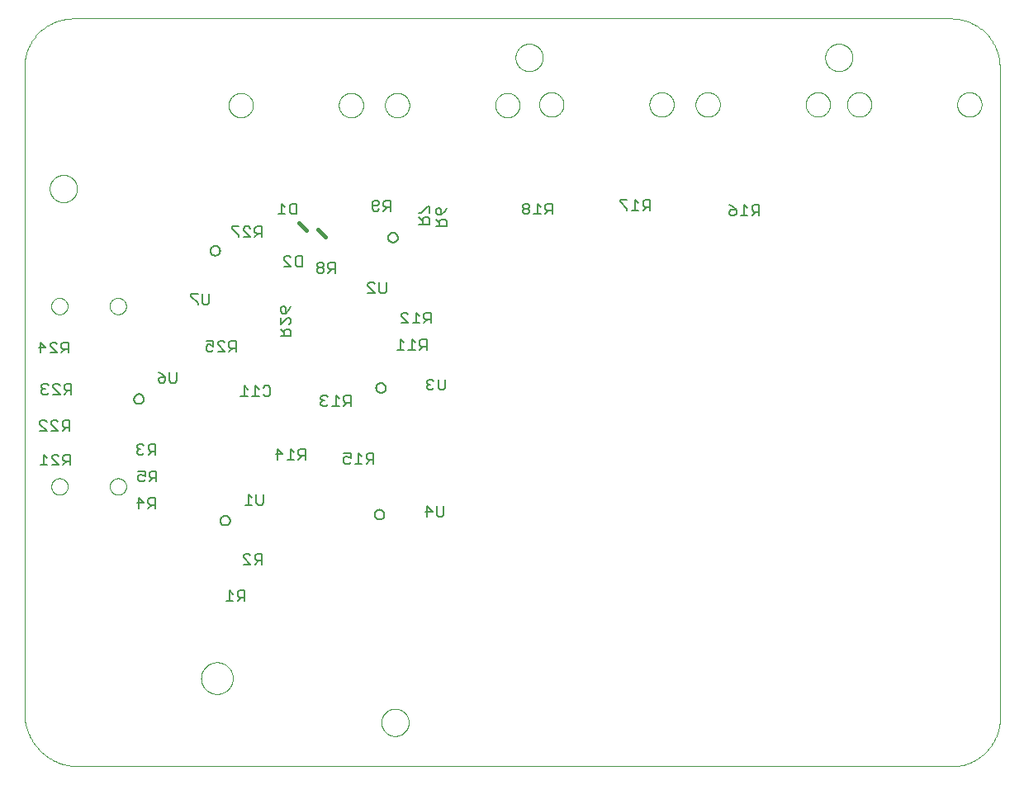
<source format=gbo>
G75*
%MOIN*%
%OFA0B0*%
%FSLAX25Y25*%
%IPPOS*%
%LPD*%
%AMOC8*
5,1,8,0,0,1.08239X$1,22.5*
%
%ADD10C,0.00000*%
%ADD11C,0.00800*%
%ADD12C,0.01600*%
D10*
X0023454Y0031328D02*
X0023454Y0291957D01*
X0023460Y0292433D01*
X0023477Y0292908D01*
X0023506Y0293383D01*
X0023546Y0293857D01*
X0023598Y0294330D01*
X0023661Y0294801D01*
X0023735Y0295271D01*
X0023821Y0295739D01*
X0023918Y0296205D01*
X0024026Y0296668D01*
X0024145Y0297128D01*
X0024276Y0297586D01*
X0024417Y0298040D01*
X0024570Y0298491D01*
X0024733Y0298937D01*
X0024907Y0299380D01*
X0025092Y0299818D01*
X0025287Y0300252D01*
X0025493Y0300681D01*
X0025709Y0301105D01*
X0025935Y0301524D01*
X0026171Y0301937D01*
X0026417Y0302344D01*
X0026673Y0302745D01*
X0026939Y0303139D01*
X0027214Y0303528D01*
X0027498Y0303909D01*
X0027791Y0304283D01*
X0028093Y0304651D01*
X0028405Y0305011D01*
X0028724Y0305363D01*
X0029052Y0305707D01*
X0029389Y0306044D01*
X0029733Y0306372D01*
X0030085Y0306691D01*
X0030445Y0307003D01*
X0030813Y0307305D01*
X0031187Y0307598D01*
X0031568Y0307882D01*
X0031957Y0308157D01*
X0032351Y0308423D01*
X0032752Y0308679D01*
X0033159Y0308925D01*
X0033572Y0309161D01*
X0033991Y0309387D01*
X0034415Y0309603D01*
X0034844Y0309809D01*
X0035278Y0310004D01*
X0035716Y0310189D01*
X0036159Y0310363D01*
X0036605Y0310526D01*
X0037056Y0310679D01*
X0037510Y0310820D01*
X0037968Y0310951D01*
X0038428Y0311070D01*
X0038891Y0311178D01*
X0039357Y0311275D01*
X0039825Y0311361D01*
X0040295Y0311435D01*
X0040766Y0311498D01*
X0041239Y0311550D01*
X0041713Y0311590D01*
X0042188Y0311619D01*
X0042663Y0311636D01*
X0043139Y0311642D01*
X0043139Y0311643D02*
X0397469Y0311643D01*
X0397469Y0311642D02*
X0397945Y0311636D01*
X0398420Y0311619D01*
X0398895Y0311590D01*
X0399369Y0311550D01*
X0399842Y0311498D01*
X0400313Y0311435D01*
X0400783Y0311361D01*
X0401251Y0311275D01*
X0401717Y0311178D01*
X0402180Y0311070D01*
X0402640Y0310951D01*
X0403098Y0310820D01*
X0403552Y0310679D01*
X0404003Y0310526D01*
X0404449Y0310363D01*
X0404892Y0310189D01*
X0405330Y0310004D01*
X0405764Y0309809D01*
X0406193Y0309603D01*
X0406617Y0309387D01*
X0407036Y0309161D01*
X0407449Y0308925D01*
X0407856Y0308679D01*
X0408257Y0308423D01*
X0408651Y0308157D01*
X0409040Y0307882D01*
X0409421Y0307598D01*
X0409795Y0307305D01*
X0410163Y0307003D01*
X0410523Y0306691D01*
X0410875Y0306372D01*
X0411219Y0306044D01*
X0411556Y0305707D01*
X0411884Y0305363D01*
X0412203Y0305011D01*
X0412515Y0304651D01*
X0412817Y0304283D01*
X0413110Y0303909D01*
X0413394Y0303528D01*
X0413669Y0303139D01*
X0413935Y0302745D01*
X0414191Y0302344D01*
X0414437Y0301937D01*
X0414673Y0301524D01*
X0414899Y0301105D01*
X0415115Y0300681D01*
X0415321Y0300252D01*
X0415516Y0299818D01*
X0415701Y0299380D01*
X0415875Y0298937D01*
X0416038Y0298491D01*
X0416191Y0298040D01*
X0416332Y0297586D01*
X0416463Y0297128D01*
X0416582Y0296668D01*
X0416690Y0296205D01*
X0416787Y0295739D01*
X0416873Y0295271D01*
X0416947Y0294801D01*
X0417010Y0294330D01*
X0417062Y0293857D01*
X0417102Y0293383D01*
X0417131Y0292908D01*
X0417148Y0292433D01*
X0417154Y0291957D01*
X0417154Y0031328D01*
X0417154Y0031327D02*
X0417196Y0030851D01*
X0417226Y0030374D01*
X0417245Y0029896D01*
X0417252Y0029418D01*
X0417248Y0028940D01*
X0417232Y0028463D01*
X0417204Y0027985D01*
X0417165Y0027509D01*
X0417115Y0027033D01*
X0417053Y0026559D01*
X0416980Y0026087D01*
X0416895Y0025617D01*
X0416799Y0025148D01*
X0416691Y0024682D01*
X0416573Y0024219D01*
X0416443Y0023759D01*
X0416302Y0023302D01*
X0416150Y0022849D01*
X0415987Y0022399D01*
X0415814Y0021954D01*
X0415630Y0021513D01*
X0415435Y0021076D01*
X0415229Y0020645D01*
X0415014Y0020218D01*
X0414788Y0019797D01*
X0414551Y0019381D01*
X0414305Y0018971D01*
X0414049Y0018567D01*
X0413784Y0018170D01*
X0413509Y0017779D01*
X0413224Y0017395D01*
X0412930Y0017018D01*
X0412628Y0016648D01*
X0412316Y0016285D01*
X0411996Y0015930D01*
X0411667Y0015583D01*
X0411330Y0015244D01*
X0410985Y0014913D01*
X0410632Y0014591D01*
X0410271Y0014277D01*
X0409903Y0013972D01*
X0409528Y0013676D01*
X0409145Y0013389D01*
X0408756Y0013112D01*
X0408360Y0012844D01*
X0407958Y0012585D01*
X0407549Y0012337D01*
X0407135Y0012098D01*
X0406715Y0011870D01*
X0406290Y0011651D01*
X0405859Y0011443D01*
X0405424Y0011246D01*
X0404984Y0011059D01*
X0404540Y0010883D01*
X0404091Y0010717D01*
X0403639Y0010563D01*
X0403183Y0010419D01*
X0402723Y0010287D01*
X0402261Y0010165D01*
X0401796Y0010055D01*
X0401328Y0009956D01*
X0400858Y0009868D01*
X0400386Y0009792D01*
X0399913Y0009727D01*
X0399437Y0009674D01*
X0399438Y0009674D02*
X0045107Y0009674D01*
X0044584Y0009680D01*
X0044061Y0009699D01*
X0043538Y0009731D01*
X0043017Y0009775D01*
X0042497Y0009832D01*
X0041978Y0009901D01*
X0041461Y0009983D01*
X0040947Y0010077D01*
X0040434Y0010184D01*
X0039925Y0010303D01*
X0039418Y0010435D01*
X0038915Y0010578D01*
X0038416Y0010734D01*
X0037920Y0010902D01*
X0037428Y0011081D01*
X0036941Y0011273D01*
X0036459Y0011476D01*
X0035982Y0011691D01*
X0035510Y0011917D01*
X0035044Y0012154D01*
X0034584Y0012403D01*
X0034129Y0012663D01*
X0033681Y0012934D01*
X0033240Y0013215D01*
X0032806Y0013507D01*
X0032379Y0013810D01*
X0031960Y0014122D01*
X0031548Y0014445D01*
X0031144Y0014778D01*
X0030748Y0015120D01*
X0030360Y0015471D01*
X0029981Y0015832D01*
X0029611Y0016202D01*
X0029250Y0016581D01*
X0028899Y0016969D01*
X0028557Y0017365D01*
X0028224Y0017769D01*
X0027901Y0018181D01*
X0027589Y0018600D01*
X0027286Y0019027D01*
X0026994Y0019461D01*
X0026713Y0019902D01*
X0026442Y0020350D01*
X0026182Y0020805D01*
X0025933Y0021265D01*
X0025696Y0021731D01*
X0025470Y0022203D01*
X0025255Y0022680D01*
X0025052Y0023162D01*
X0024860Y0023649D01*
X0024681Y0024141D01*
X0024513Y0024637D01*
X0024357Y0025136D01*
X0024214Y0025639D01*
X0024082Y0026146D01*
X0023963Y0026655D01*
X0023856Y0027168D01*
X0023762Y0027682D01*
X0023680Y0028199D01*
X0023611Y0028718D01*
X0023554Y0029238D01*
X0023510Y0029759D01*
X0023478Y0030282D01*
X0023459Y0030805D01*
X0023453Y0031328D01*
X0094772Y0045265D02*
X0094774Y0045425D01*
X0094780Y0045584D01*
X0094790Y0045743D01*
X0094804Y0045902D01*
X0094822Y0046061D01*
X0094843Y0046219D01*
X0094869Y0046376D01*
X0094899Y0046533D01*
X0094932Y0046689D01*
X0094970Y0046844D01*
X0095011Y0046998D01*
X0095056Y0047151D01*
X0095105Y0047303D01*
X0095158Y0047453D01*
X0095214Y0047602D01*
X0095274Y0047750D01*
X0095338Y0047896D01*
X0095406Y0048041D01*
X0095477Y0048184D01*
X0095551Y0048325D01*
X0095629Y0048464D01*
X0095711Y0048601D01*
X0095796Y0048736D01*
X0095884Y0048869D01*
X0095975Y0049000D01*
X0096070Y0049128D01*
X0096168Y0049254D01*
X0096269Y0049378D01*
X0096373Y0049498D01*
X0096480Y0049617D01*
X0096590Y0049732D01*
X0096703Y0049845D01*
X0096818Y0049955D01*
X0096937Y0050062D01*
X0097057Y0050166D01*
X0097181Y0050267D01*
X0097307Y0050365D01*
X0097435Y0050460D01*
X0097566Y0050551D01*
X0097699Y0050639D01*
X0097834Y0050724D01*
X0097971Y0050806D01*
X0098110Y0050884D01*
X0098251Y0050958D01*
X0098394Y0051029D01*
X0098539Y0051097D01*
X0098685Y0051161D01*
X0098833Y0051221D01*
X0098982Y0051277D01*
X0099132Y0051330D01*
X0099284Y0051379D01*
X0099437Y0051424D01*
X0099591Y0051465D01*
X0099746Y0051503D01*
X0099902Y0051536D01*
X0100059Y0051566D01*
X0100216Y0051592D01*
X0100374Y0051613D01*
X0100533Y0051631D01*
X0100692Y0051645D01*
X0100851Y0051655D01*
X0101010Y0051661D01*
X0101170Y0051663D01*
X0101330Y0051661D01*
X0101489Y0051655D01*
X0101648Y0051645D01*
X0101807Y0051631D01*
X0101966Y0051613D01*
X0102124Y0051592D01*
X0102281Y0051566D01*
X0102438Y0051536D01*
X0102594Y0051503D01*
X0102749Y0051465D01*
X0102903Y0051424D01*
X0103056Y0051379D01*
X0103208Y0051330D01*
X0103358Y0051277D01*
X0103507Y0051221D01*
X0103655Y0051161D01*
X0103801Y0051097D01*
X0103946Y0051029D01*
X0104089Y0050958D01*
X0104230Y0050884D01*
X0104369Y0050806D01*
X0104506Y0050724D01*
X0104641Y0050639D01*
X0104774Y0050551D01*
X0104905Y0050460D01*
X0105033Y0050365D01*
X0105159Y0050267D01*
X0105283Y0050166D01*
X0105403Y0050062D01*
X0105522Y0049955D01*
X0105637Y0049845D01*
X0105750Y0049732D01*
X0105860Y0049617D01*
X0105967Y0049498D01*
X0106071Y0049378D01*
X0106172Y0049254D01*
X0106270Y0049128D01*
X0106365Y0049000D01*
X0106456Y0048869D01*
X0106544Y0048736D01*
X0106629Y0048601D01*
X0106711Y0048464D01*
X0106789Y0048325D01*
X0106863Y0048184D01*
X0106934Y0048041D01*
X0107002Y0047896D01*
X0107066Y0047750D01*
X0107126Y0047602D01*
X0107182Y0047453D01*
X0107235Y0047303D01*
X0107284Y0047151D01*
X0107329Y0046998D01*
X0107370Y0046844D01*
X0107408Y0046689D01*
X0107441Y0046533D01*
X0107471Y0046376D01*
X0107497Y0046219D01*
X0107518Y0046061D01*
X0107536Y0045902D01*
X0107550Y0045743D01*
X0107560Y0045584D01*
X0107566Y0045425D01*
X0107568Y0045265D01*
X0107566Y0045105D01*
X0107560Y0044946D01*
X0107550Y0044787D01*
X0107536Y0044628D01*
X0107518Y0044469D01*
X0107497Y0044311D01*
X0107471Y0044154D01*
X0107441Y0043997D01*
X0107408Y0043841D01*
X0107370Y0043686D01*
X0107329Y0043532D01*
X0107284Y0043379D01*
X0107235Y0043227D01*
X0107182Y0043077D01*
X0107126Y0042928D01*
X0107066Y0042780D01*
X0107002Y0042634D01*
X0106934Y0042489D01*
X0106863Y0042346D01*
X0106789Y0042205D01*
X0106711Y0042066D01*
X0106629Y0041929D01*
X0106544Y0041794D01*
X0106456Y0041661D01*
X0106365Y0041530D01*
X0106270Y0041402D01*
X0106172Y0041276D01*
X0106071Y0041152D01*
X0105967Y0041032D01*
X0105860Y0040913D01*
X0105750Y0040798D01*
X0105637Y0040685D01*
X0105522Y0040575D01*
X0105403Y0040468D01*
X0105283Y0040364D01*
X0105159Y0040263D01*
X0105033Y0040165D01*
X0104905Y0040070D01*
X0104774Y0039979D01*
X0104641Y0039891D01*
X0104506Y0039806D01*
X0104369Y0039724D01*
X0104230Y0039646D01*
X0104089Y0039572D01*
X0103946Y0039501D01*
X0103801Y0039433D01*
X0103655Y0039369D01*
X0103507Y0039309D01*
X0103358Y0039253D01*
X0103208Y0039200D01*
X0103056Y0039151D01*
X0102903Y0039106D01*
X0102749Y0039065D01*
X0102594Y0039027D01*
X0102438Y0038994D01*
X0102281Y0038964D01*
X0102124Y0038938D01*
X0101966Y0038917D01*
X0101807Y0038899D01*
X0101648Y0038885D01*
X0101489Y0038875D01*
X0101330Y0038869D01*
X0101170Y0038867D01*
X0101010Y0038869D01*
X0100851Y0038875D01*
X0100692Y0038885D01*
X0100533Y0038899D01*
X0100374Y0038917D01*
X0100216Y0038938D01*
X0100059Y0038964D01*
X0099902Y0038994D01*
X0099746Y0039027D01*
X0099591Y0039065D01*
X0099437Y0039106D01*
X0099284Y0039151D01*
X0099132Y0039200D01*
X0098982Y0039253D01*
X0098833Y0039309D01*
X0098685Y0039369D01*
X0098539Y0039433D01*
X0098394Y0039501D01*
X0098251Y0039572D01*
X0098110Y0039646D01*
X0097971Y0039724D01*
X0097834Y0039806D01*
X0097699Y0039891D01*
X0097566Y0039979D01*
X0097435Y0040070D01*
X0097307Y0040165D01*
X0097181Y0040263D01*
X0097057Y0040364D01*
X0096937Y0040468D01*
X0096818Y0040575D01*
X0096703Y0040685D01*
X0096590Y0040798D01*
X0096480Y0040913D01*
X0096373Y0041032D01*
X0096269Y0041152D01*
X0096168Y0041276D01*
X0096070Y0041402D01*
X0095975Y0041530D01*
X0095884Y0041661D01*
X0095796Y0041794D01*
X0095711Y0041929D01*
X0095629Y0042066D01*
X0095551Y0042205D01*
X0095477Y0042346D01*
X0095406Y0042489D01*
X0095338Y0042634D01*
X0095274Y0042780D01*
X0095214Y0042928D01*
X0095158Y0043077D01*
X0095105Y0043227D01*
X0095056Y0043379D01*
X0095011Y0043532D01*
X0094970Y0043686D01*
X0094932Y0043841D01*
X0094899Y0043997D01*
X0094869Y0044154D01*
X0094843Y0044311D01*
X0094822Y0044469D01*
X0094804Y0044628D01*
X0094790Y0044787D01*
X0094780Y0044946D01*
X0094774Y0045105D01*
X0094772Y0045265D01*
X0167548Y0027391D02*
X0167550Y0027539D01*
X0167556Y0027687D01*
X0167566Y0027835D01*
X0167580Y0027982D01*
X0167598Y0028129D01*
X0167619Y0028275D01*
X0167645Y0028421D01*
X0167675Y0028566D01*
X0167708Y0028710D01*
X0167746Y0028853D01*
X0167787Y0028995D01*
X0167832Y0029136D01*
X0167880Y0029276D01*
X0167933Y0029415D01*
X0167989Y0029552D01*
X0168049Y0029687D01*
X0168112Y0029821D01*
X0168179Y0029953D01*
X0168250Y0030083D01*
X0168324Y0030211D01*
X0168401Y0030337D01*
X0168482Y0030461D01*
X0168566Y0030583D01*
X0168653Y0030702D01*
X0168744Y0030819D01*
X0168838Y0030934D01*
X0168934Y0031046D01*
X0169034Y0031156D01*
X0169136Y0031262D01*
X0169242Y0031366D01*
X0169350Y0031467D01*
X0169461Y0031565D01*
X0169574Y0031661D01*
X0169690Y0031753D01*
X0169808Y0031842D01*
X0169929Y0031927D01*
X0170052Y0032010D01*
X0170177Y0032089D01*
X0170304Y0032165D01*
X0170433Y0032237D01*
X0170564Y0032306D01*
X0170697Y0032371D01*
X0170832Y0032432D01*
X0170968Y0032490D01*
X0171105Y0032545D01*
X0171244Y0032595D01*
X0171385Y0032642D01*
X0171526Y0032685D01*
X0171669Y0032725D01*
X0171813Y0032760D01*
X0171957Y0032792D01*
X0172103Y0032819D01*
X0172249Y0032843D01*
X0172396Y0032863D01*
X0172543Y0032879D01*
X0172690Y0032891D01*
X0172838Y0032899D01*
X0172986Y0032903D01*
X0173134Y0032903D01*
X0173282Y0032899D01*
X0173430Y0032891D01*
X0173577Y0032879D01*
X0173724Y0032863D01*
X0173871Y0032843D01*
X0174017Y0032819D01*
X0174163Y0032792D01*
X0174307Y0032760D01*
X0174451Y0032725D01*
X0174594Y0032685D01*
X0174735Y0032642D01*
X0174876Y0032595D01*
X0175015Y0032545D01*
X0175152Y0032490D01*
X0175288Y0032432D01*
X0175423Y0032371D01*
X0175556Y0032306D01*
X0175687Y0032237D01*
X0175816Y0032165D01*
X0175943Y0032089D01*
X0176068Y0032010D01*
X0176191Y0031927D01*
X0176312Y0031842D01*
X0176430Y0031753D01*
X0176546Y0031661D01*
X0176659Y0031565D01*
X0176770Y0031467D01*
X0176878Y0031366D01*
X0176984Y0031262D01*
X0177086Y0031156D01*
X0177186Y0031046D01*
X0177282Y0030934D01*
X0177376Y0030819D01*
X0177467Y0030702D01*
X0177554Y0030583D01*
X0177638Y0030461D01*
X0177719Y0030337D01*
X0177796Y0030211D01*
X0177870Y0030083D01*
X0177941Y0029953D01*
X0178008Y0029821D01*
X0178071Y0029687D01*
X0178131Y0029552D01*
X0178187Y0029415D01*
X0178240Y0029276D01*
X0178288Y0029136D01*
X0178333Y0028995D01*
X0178374Y0028853D01*
X0178412Y0028710D01*
X0178445Y0028566D01*
X0178475Y0028421D01*
X0178501Y0028275D01*
X0178522Y0028129D01*
X0178540Y0027982D01*
X0178554Y0027835D01*
X0178564Y0027687D01*
X0178570Y0027539D01*
X0178572Y0027391D01*
X0178570Y0027243D01*
X0178564Y0027095D01*
X0178554Y0026947D01*
X0178540Y0026800D01*
X0178522Y0026653D01*
X0178501Y0026507D01*
X0178475Y0026361D01*
X0178445Y0026216D01*
X0178412Y0026072D01*
X0178374Y0025929D01*
X0178333Y0025787D01*
X0178288Y0025646D01*
X0178240Y0025506D01*
X0178187Y0025367D01*
X0178131Y0025230D01*
X0178071Y0025095D01*
X0178008Y0024961D01*
X0177941Y0024829D01*
X0177870Y0024699D01*
X0177796Y0024571D01*
X0177719Y0024445D01*
X0177638Y0024321D01*
X0177554Y0024199D01*
X0177467Y0024080D01*
X0177376Y0023963D01*
X0177282Y0023848D01*
X0177186Y0023736D01*
X0177086Y0023626D01*
X0176984Y0023520D01*
X0176878Y0023416D01*
X0176770Y0023315D01*
X0176659Y0023217D01*
X0176546Y0023121D01*
X0176430Y0023029D01*
X0176312Y0022940D01*
X0176191Y0022855D01*
X0176068Y0022772D01*
X0175943Y0022693D01*
X0175816Y0022617D01*
X0175687Y0022545D01*
X0175556Y0022476D01*
X0175423Y0022411D01*
X0175288Y0022350D01*
X0175152Y0022292D01*
X0175015Y0022237D01*
X0174876Y0022187D01*
X0174735Y0022140D01*
X0174594Y0022097D01*
X0174451Y0022057D01*
X0174307Y0022022D01*
X0174163Y0021990D01*
X0174017Y0021963D01*
X0173871Y0021939D01*
X0173724Y0021919D01*
X0173577Y0021903D01*
X0173430Y0021891D01*
X0173282Y0021883D01*
X0173134Y0021879D01*
X0172986Y0021879D01*
X0172838Y0021883D01*
X0172690Y0021891D01*
X0172543Y0021903D01*
X0172396Y0021919D01*
X0172249Y0021939D01*
X0172103Y0021963D01*
X0171957Y0021990D01*
X0171813Y0022022D01*
X0171669Y0022057D01*
X0171526Y0022097D01*
X0171385Y0022140D01*
X0171244Y0022187D01*
X0171105Y0022237D01*
X0170968Y0022292D01*
X0170832Y0022350D01*
X0170697Y0022411D01*
X0170564Y0022476D01*
X0170433Y0022545D01*
X0170304Y0022617D01*
X0170177Y0022693D01*
X0170052Y0022772D01*
X0169929Y0022855D01*
X0169808Y0022940D01*
X0169690Y0023029D01*
X0169574Y0023121D01*
X0169461Y0023217D01*
X0169350Y0023315D01*
X0169242Y0023416D01*
X0169136Y0023520D01*
X0169034Y0023626D01*
X0168934Y0023736D01*
X0168838Y0023848D01*
X0168744Y0023963D01*
X0168653Y0024080D01*
X0168566Y0024199D01*
X0168482Y0024321D01*
X0168401Y0024445D01*
X0168324Y0024571D01*
X0168250Y0024699D01*
X0168179Y0024829D01*
X0168112Y0024961D01*
X0168049Y0025095D01*
X0167989Y0025230D01*
X0167933Y0025367D01*
X0167880Y0025506D01*
X0167832Y0025646D01*
X0167787Y0025787D01*
X0167746Y0025929D01*
X0167708Y0026072D01*
X0167675Y0026216D01*
X0167645Y0026361D01*
X0167619Y0026507D01*
X0167598Y0026653D01*
X0167580Y0026800D01*
X0167566Y0026947D01*
X0167556Y0027095D01*
X0167550Y0027243D01*
X0167548Y0027391D01*
X0057942Y0122666D02*
X0057944Y0122781D01*
X0057950Y0122895D01*
X0057960Y0123010D01*
X0057974Y0123124D01*
X0057992Y0123237D01*
X0058013Y0123350D01*
X0058039Y0123462D01*
X0058069Y0123573D01*
X0058102Y0123682D01*
X0058139Y0123791D01*
X0058180Y0123898D01*
X0058225Y0124004D01*
X0058273Y0124108D01*
X0058325Y0124211D01*
X0058380Y0124311D01*
X0058439Y0124410D01*
X0058501Y0124506D01*
X0058567Y0124601D01*
X0058636Y0124692D01*
X0058708Y0124782D01*
X0058782Y0124869D01*
X0058860Y0124953D01*
X0058941Y0125035D01*
X0059025Y0125113D01*
X0059111Y0125189D01*
X0059200Y0125262D01*
X0059291Y0125331D01*
X0059385Y0125398D01*
X0059481Y0125461D01*
X0059579Y0125520D01*
X0059679Y0125577D01*
X0059781Y0125629D01*
X0059885Y0125678D01*
X0059990Y0125724D01*
X0060097Y0125766D01*
X0060205Y0125804D01*
X0060315Y0125838D01*
X0060425Y0125869D01*
X0060537Y0125895D01*
X0060650Y0125918D01*
X0060763Y0125937D01*
X0060877Y0125952D01*
X0060991Y0125963D01*
X0061106Y0125970D01*
X0061220Y0125973D01*
X0061335Y0125972D01*
X0061450Y0125967D01*
X0061564Y0125958D01*
X0061678Y0125945D01*
X0061792Y0125928D01*
X0061905Y0125907D01*
X0062017Y0125883D01*
X0062128Y0125854D01*
X0062238Y0125822D01*
X0062347Y0125785D01*
X0062455Y0125745D01*
X0062561Y0125702D01*
X0062665Y0125654D01*
X0062768Y0125603D01*
X0062869Y0125549D01*
X0062968Y0125491D01*
X0063065Y0125430D01*
X0063160Y0125365D01*
X0063253Y0125297D01*
X0063343Y0125226D01*
X0063430Y0125152D01*
X0063515Y0125074D01*
X0063598Y0124994D01*
X0063677Y0124911D01*
X0063753Y0124826D01*
X0063827Y0124737D01*
X0063897Y0124647D01*
X0063964Y0124554D01*
X0064028Y0124458D01*
X0064089Y0124361D01*
X0064146Y0124261D01*
X0064199Y0124160D01*
X0064250Y0124056D01*
X0064296Y0123951D01*
X0064339Y0123845D01*
X0064378Y0123737D01*
X0064413Y0123628D01*
X0064445Y0123517D01*
X0064472Y0123406D01*
X0064496Y0123294D01*
X0064516Y0123180D01*
X0064532Y0123067D01*
X0064544Y0122953D01*
X0064552Y0122838D01*
X0064556Y0122723D01*
X0064556Y0122609D01*
X0064552Y0122494D01*
X0064544Y0122379D01*
X0064532Y0122265D01*
X0064516Y0122152D01*
X0064496Y0122038D01*
X0064472Y0121926D01*
X0064445Y0121815D01*
X0064413Y0121704D01*
X0064378Y0121595D01*
X0064339Y0121487D01*
X0064296Y0121381D01*
X0064250Y0121276D01*
X0064199Y0121172D01*
X0064146Y0121071D01*
X0064089Y0120971D01*
X0064028Y0120874D01*
X0063964Y0120778D01*
X0063897Y0120685D01*
X0063827Y0120595D01*
X0063753Y0120506D01*
X0063677Y0120421D01*
X0063598Y0120338D01*
X0063515Y0120258D01*
X0063430Y0120180D01*
X0063343Y0120106D01*
X0063253Y0120035D01*
X0063160Y0119967D01*
X0063065Y0119902D01*
X0062968Y0119841D01*
X0062869Y0119783D01*
X0062768Y0119729D01*
X0062665Y0119678D01*
X0062561Y0119630D01*
X0062455Y0119587D01*
X0062347Y0119547D01*
X0062238Y0119510D01*
X0062128Y0119478D01*
X0062017Y0119449D01*
X0061905Y0119425D01*
X0061792Y0119404D01*
X0061678Y0119387D01*
X0061564Y0119374D01*
X0061450Y0119365D01*
X0061335Y0119360D01*
X0061220Y0119359D01*
X0061106Y0119362D01*
X0060991Y0119369D01*
X0060877Y0119380D01*
X0060763Y0119395D01*
X0060650Y0119414D01*
X0060537Y0119437D01*
X0060425Y0119463D01*
X0060315Y0119494D01*
X0060205Y0119528D01*
X0060097Y0119566D01*
X0059990Y0119608D01*
X0059885Y0119654D01*
X0059781Y0119703D01*
X0059679Y0119755D01*
X0059579Y0119812D01*
X0059481Y0119871D01*
X0059385Y0119934D01*
X0059291Y0120001D01*
X0059200Y0120070D01*
X0059111Y0120143D01*
X0059025Y0120219D01*
X0058941Y0120297D01*
X0058860Y0120379D01*
X0058782Y0120463D01*
X0058708Y0120550D01*
X0058636Y0120640D01*
X0058567Y0120731D01*
X0058501Y0120826D01*
X0058439Y0120922D01*
X0058380Y0121021D01*
X0058325Y0121121D01*
X0058273Y0121224D01*
X0058225Y0121328D01*
X0058180Y0121434D01*
X0058139Y0121541D01*
X0058102Y0121650D01*
X0058069Y0121759D01*
X0058039Y0121870D01*
X0058013Y0121982D01*
X0057992Y0122095D01*
X0057974Y0122208D01*
X0057960Y0122322D01*
X0057950Y0122437D01*
X0057944Y0122551D01*
X0057942Y0122666D01*
X0034320Y0122666D02*
X0034322Y0122781D01*
X0034328Y0122895D01*
X0034338Y0123010D01*
X0034352Y0123124D01*
X0034370Y0123237D01*
X0034391Y0123350D01*
X0034417Y0123462D01*
X0034447Y0123573D01*
X0034480Y0123682D01*
X0034517Y0123791D01*
X0034558Y0123898D01*
X0034603Y0124004D01*
X0034651Y0124108D01*
X0034703Y0124211D01*
X0034758Y0124311D01*
X0034817Y0124410D01*
X0034879Y0124506D01*
X0034945Y0124601D01*
X0035014Y0124692D01*
X0035086Y0124782D01*
X0035160Y0124869D01*
X0035238Y0124953D01*
X0035319Y0125035D01*
X0035403Y0125113D01*
X0035489Y0125189D01*
X0035578Y0125262D01*
X0035669Y0125331D01*
X0035763Y0125398D01*
X0035859Y0125461D01*
X0035957Y0125520D01*
X0036057Y0125577D01*
X0036159Y0125629D01*
X0036263Y0125678D01*
X0036368Y0125724D01*
X0036475Y0125766D01*
X0036583Y0125804D01*
X0036693Y0125838D01*
X0036803Y0125869D01*
X0036915Y0125895D01*
X0037028Y0125918D01*
X0037141Y0125937D01*
X0037255Y0125952D01*
X0037369Y0125963D01*
X0037484Y0125970D01*
X0037598Y0125973D01*
X0037713Y0125972D01*
X0037828Y0125967D01*
X0037942Y0125958D01*
X0038056Y0125945D01*
X0038170Y0125928D01*
X0038283Y0125907D01*
X0038395Y0125883D01*
X0038506Y0125854D01*
X0038616Y0125822D01*
X0038725Y0125785D01*
X0038833Y0125745D01*
X0038939Y0125702D01*
X0039043Y0125654D01*
X0039146Y0125603D01*
X0039247Y0125549D01*
X0039346Y0125491D01*
X0039443Y0125430D01*
X0039538Y0125365D01*
X0039631Y0125297D01*
X0039721Y0125226D01*
X0039808Y0125152D01*
X0039893Y0125074D01*
X0039976Y0124994D01*
X0040055Y0124911D01*
X0040131Y0124826D01*
X0040205Y0124737D01*
X0040275Y0124647D01*
X0040342Y0124554D01*
X0040406Y0124458D01*
X0040467Y0124361D01*
X0040524Y0124261D01*
X0040577Y0124160D01*
X0040628Y0124056D01*
X0040674Y0123951D01*
X0040717Y0123845D01*
X0040756Y0123737D01*
X0040791Y0123628D01*
X0040823Y0123517D01*
X0040850Y0123406D01*
X0040874Y0123294D01*
X0040894Y0123180D01*
X0040910Y0123067D01*
X0040922Y0122953D01*
X0040930Y0122838D01*
X0040934Y0122723D01*
X0040934Y0122609D01*
X0040930Y0122494D01*
X0040922Y0122379D01*
X0040910Y0122265D01*
X0040894Y0122152D01*
X0040874Y0122038D01*
X0040850Y0121926D01*
X0040823Y0121815D01*
X0040791Y0121704D01*
X0040756Y0121595D01*
X0040717Y0121487D01*
X0040674Y0121381D01*
X0040628Y0121276D01*
X0040577Y0121172D01*
X0040524Y0121071D01*
X0040467Y0120971D01*
X0040406Y0120874D01*
X0040342Y0120778D01*
X0040275Y0120685D01*
X0040205Y0120595D01*
X0040131Y0120506D01*
X0040055Y0120421D01*
X0039976Y0120338D01*
X0039893Y0120258D01*
X0039808Y0120180D01*
X0039721Y0120106D01*
X0039631Y0120035D01*
X0039538Y0119967D01*
X0039443Y0119902D01*
X0039346Y0119841D01*
X0039247Y0119783D01*
X0039146Y0119729D01*
X0039043Y0119678D01*
X0038939Y0119630D01*
X0038833Y0119587D01*
X0038725Y0119547D01*
X0038616Y0119510D01*
X0038506Y0119478D01*
X0038395Y0119449D01*
X0038283Y0119425D01*
X0038170Y0119404D01*
X0038056Y0119387D01*
X0037942Y0119374D01*
X0037828Y0119365D01*
X0037713Y0119360D01*
X0037598Y0119359D01*
X0037484Y0119362D01*
X0037369Y0119369D01*
X0037255Y0119380D01*
X0037141Y0119395D01*
X0037028Y0119414D01*
X0036915Y0119437D01*
X0036803Y0119463D01*
X0036693Y0119494D01*
X0036583Y0119528D01*
X0036475Y0119566D01*
X0036368Y0119608D01*
X0036263Y0119654D01*
X0036159Y0119703D01*
X0036057Y0119755D01*
X0035957Y0119812D01*
X0035859Y0119871D01*
X0035763Y0119934D01*
X0035669Y0120001D01*
X0035578Y0120070D01*
X0035489Y0120143D01*
X0035403Y0120219D01*
X0035319Y0120297D01*
X0035238Y0120379D01*
X0035160Y0120463D01*
X0035086Y0120550D01*
X0035014Y0120640D01*
X0034945Y0120731D01*
X0034879Y0120826D01*
X0034817Y0120922D01*
X0034758Y0121021D01*
X0034703Y0121121D01*
X0034651Y0121224D01*
X0034603Y0121328D01*
X0034558Y0121434D01*
X0034517Y0121541D01*
X0034480Y0121650D01*
X0034447Y0121759D01*
X0034417Y0121870D01*
X0034391Y0121982D01*
X0034370Y0122095D01*
X0034352Y0122208D01*
X0034338Y0122322D01*
X0034328Y0122437D01*
X0034322Y0122551D01*
X0034320Y0122666D01*
X0034280Y0195501D02*
X0034282Y0195616D01*
X0034288Y0195730D01*
X0034298Y0195845D01*
X0034312Y0195959D01*
X0034330Y0196072D01*
X0034351Y0196185D01*
X0034377Y0196297D01*
X0034407Y0196408D01*
X0034440Y0196517D01*
X0034477Y0196626D01*
X0034518Y0196733D01*
X0034563Y0196839D01*
X0034611Y0196943D01*
X0034663Y0197046D01*
X0034718Y0197146D01*
X0034777Y0197245D01*
X0034839Y0197341D01*
X0034905Y0197436D01*
X0034974Y0197527D01*
X0035046Y0197617D01*
X0035120Y0197704D01*
X0035198Y0197788D01*
X0035279Y0197870D01*
X0035363Y0197948D01*
X0035449Y0198024D01*
X0035538Y0198097D01*
X0035629Y0198166D01*
X0035723Y0198233D01*
X0035819Y0198296D01*
X0035917Y0198355D01*
X0036017Y0198412D01*
X0036119Y0198464D01*
X0036223Y0198513D01*
X0036328Y0198559D01*
X0036435Y0198601D01*
X0036543Y0198639D01*
X0036653Y0198673D01*
X0036763Y0198704D01*
X0036875Y0198730D01*
X0036988Y0198753D01*
X0037101Y0198772D01*
X0037215Y0198787D01*
X0037329Y0198798D01*
X0037444Y0198805D01*
X0037558Y0198808D01*
X0037673Y0198807D01*
X0037788Y0198802D01*
X0037902Y0198793D01*
X0038016Y0198780D01*
X0038130Y0198763D01*
X0038243Y0198742D01*
X0038355Y0198718D01*
X0038466Y0198689D01*
X0038576Y0198657D01*
X0038685Y0198620D01*
X0038793Y0198580D01*
X0038899Y0198537D01*
X0039003Y0198489D01*
X0039106Y0198438D01*
X0039207Y0198384D01*
X0039306Y0198326D01*
X0039403Y0198265D01*
X0039498Y0198200D01*
X0039591Y0198132D01*
X0039681Y0198061D01*
X0039768Y0197987D01*
X0039853Y0197909D01*
X0039936Y0197829D01*
X0040015Y0197746D01*
X0040091Y0197661D01*
X0040165Y0197572D01*
X0040235Y0197482D01*
X0040302Y0197389D01*
X0040366Y0197293D01*
X0040427Y0197196D01*
X0040484Y0197096D01*
X0040537Y0196995D01*
X0040588Y0196891D01*
X0040634Y0196786D01*
X0040677Y0196680D01*
X0040716Y0196572D01*
X0040751Y0196463D01*
X0040783Y0196352D01*
X0040810Y0196241D01*
X0040834Y0196129D01*
X0040854Y0196015D01*
X0040870Y0195902D01*
X0040882Y0195788D01*
X0040890Y0195673D01*
X0040894Y0195558D01*
X0040894Y0195444D01*
X0040890Y0195329D01*
X0040882Y0195214D01*
X0040870Y0195100D01*
X0040854Y0194987D01*
X0040834Y0194873D01*
X0040810Y0194761D01*
X0040783Y0194650D01*
X0040751Y0194539D01*
X0040716Y0194430D01*
X0040677Y0194322D01*
X0040634Y0194216D01*
X0040588Y0194111D01*
X0040537Y0194007D01*
X0040484Y0193906D01*
X0040427Y0193806D01*
X0040366Y0193709D01*
X0040302Y0193613D01*
X0040235Y0193520D01*
X0040165Y0193430D01*
X0040091Y0193341D01*
X0040015Y0193256D01*
X0039936Y0193173D01*
X0039853Y0193093D01*
X0039768Y0193015D01*
X0039681Y0192941D01*
X0039591Y0192870D01*
X0039498Y0192802D01*
X0039403Y0192737D01*
X0039306Y0192676D01*
X0039207Y0192618D01*
X0039106Y0192564D01*
X0039003Y0192513D01*
X0038899Y0192465D01*
X0038793Y0192422D01*
X0038685Y0192382D01*
X0038576Y0192345D01*
X0038466Y0192313D01*
X0038355Y0192284D01*
X0038243Y0192260D01*
X0038130Y0192239D01*
X0038016Y0192222D01*
X0037902Y0192209D01*
X0037788Y0192200D01*
X0037673Y0192195D01*
X0037558Y0192194D01*
X0037444Y0192197D01*
X0037329Y0192204D01*
X0037215Y0192215D01*
X0037101Y0192230D01*
X0036988Y0192249D01*
X0036875Y0192272D01*
X0036763Y0192298D01*
X0036653Y0192329D01*
X0036543Y0192363D01*
X0036435Y0192401D01*
X0036328Y0192443D01*
X0036223Y0192489D01*
X0036119Y0192538D01*
X0036017Y0192590D01*
X0035917Y0192647D01*
X0035819Y0192706D01*
X0035723Y0192769D01*
X0035629Y0192836D01*
X0035538Y0192905D01*
X0035449Y0192978D01*
X0035363Y0193054D01*
X0035279Y0193132D01*
X0035198Y0193214D01*
X0035120Y0193298D01*
X0035046Y0193385D01*
X0034974Y0193475D01*
X0034905Y0193566D01*
X0034839Y0193661D01*
X0034777Y0193757D01*
X0034718Y0193856D01*
X0034663Y0193956D01*
X0034611Y0194059D01*
X0034563Y0194163D01*
X0034518Y0194269D01*
X0034477Y0194376D01*
X0034440Y0194485D01*
X0034407Y0194594D01*
X0034377Y0194705D01*
X0034351Y0194817D01*
X0034330Y0194930D01*
X0034312Y0195043D01*
X0034298Y0195157D01*
X0034288Y0195272D01*
X0034282Y0195386D01*
X0034280Y0195501D01*
X0057902Y0195501D02*
X0057904Y0195616D01*
X0057910Y0195730D01*
X0057920Y0195845D01*
X0057934Y0195959D01*
X0057952Y0196072D01*
X0057973Y0196185D01*
X0057999Y0196297D01*
X0058029Y0196408D01*
X0058062Y0196517D01*
X0058099Y0196626D01*
X0058140Y0196733D01*
X0058185Y0196839D01*
X0058233Y0196943D01*
X0058285Y0197046D01*
X0058340Y0197146D01*
X0058399Y0197245D01*
X0058461Y0197341D01*
X0058527Y0197436D01*
X0058596Y0197527D01*
X0058668Y0197617D01*
X0058742Y0197704D01*
X0058820Y0197788D01*
X0058901Y0197870D01*
X0058985Y0197948D01*
X0059071Y0198024D01*
X0059160Y0198097D01*
X0059251Y0198166D01*
X0059345Y0198233D01*
X0059441Y0198296D01*
X0059539Y0198355D01*
X0059639Y0198412D01*
X0059741Y0198464D01*
X0059845Y0198513D01*
X0059950Y0198559D01*
X0060057Y0198601D01*
X0060165Y0198639D01*
X0060275Y0198673D01*
X0060385Y0198704D01*
X0060497Y0198730D01*
X0060610Y0198753D01*
X0060723Y0198772D01*
X0060837Y0198787D01*
X0060951Y0198798D01*
X0061066Y0198805D01*
X0061180Y0198808D01*
X0061295Y0198807D01*
X0061410Y0198802D01*
X0061524Y0198793D01*
X0061638Y0198780D01*
X0061752Y0198763D01*
X0061865Y0198742D01*
X0061977Y0198718D01*
X0062088Y0198689D01*
X0062198Y0198657D01*
X0062307Y0198620D01*
X0062415Y0198580D01*
X0062521Y0198537D01*
X0062625Y0198489D01*
X0062728Y0198438D01*
X0062829Y0198384D01*
X0062928Y0198326D01*
X0063025Y0198265D01*
X0063120Y0198200D01*
X0063213Y0198132D01*
X0063303Y0198061D01*
X0063390Y0197987D01*
X0063475Y0197909D01*
X0063558Y0197829D01*
X0063637Y0197746D01*
X0063713Y0197661D01*
X0063787Y0197572D01*
X0063857Y0197482D01*
X0063924Y0197389D01*
X0063988Y0197293D01*
X0064049Y0197196D01*
X0064106Y0197096D01*
X0064159Y0196995D01*
X0064210Y0196891D01*
X0064256Y0196786D01*
X0064299Y0196680D01*
X0064338Y0196572D01*
X0064373Y0196463D01*
X0064405Y0196352D01*
X0064432Y0196241D01*
X0064456Y0196129D01*
X0064476Y0196015D01*
X0064492Y0195902D01*
X0064504Y0195788D01*
X0064512Y0195673D01*
X0064516Y0195558D01*
X0064516Y0195444D01*
X0064512Y0195329D01*
X0064504Y0195214D01*
X0064492Y0195100D01*
X0064476Y0194987D01*
X0064456Y0194873D01*
X0064432Y0194761D01*
X0064405Y0194650D01*
X0064373Y0194539D01*
X0064338Y0194430D01*
X0064299Y0194322D01*
X0064256Y0194216D01*
X0064210Y0194111D01*
X0064159Y0194007D01*
X0064106Y0193906D01*
X0064049Y0193806D01*
X0063988Y0193709D01*
X0063924Y0193613D01*
X0063857Y0193520D01*
X0063787Y0193430D01*
X0063713Y0193341D01*
X0063637Y0193256D01*
X0063558Y0193173D01*
X0063475Y0193093D01*
X0063390Y0193015D01*
X0063303Y0192941D01*
X0063213Y0192870D01*
X0063120Y0192802D01*
X0063025Y0192737D01*
X0062928Y0192676D01*
X0062829Y0192618D01*
X0062728Y0192564D01*
X0062625Y0192513D01*
X0062521Y0192465D01*
X0062415Y0192422D01*
X0062307Y0192382D01*
X0062198Y0192345D01*
X0062088Y0192313D01*
X0061977Y0192284D01*
X0061865Y0192260D01*
X0061752Y0192239D01*
X0061638Y0192222D01*
X0061524Y0192209D01*
X0061410Y0192200D01*
X0061295Y0192195D01*
X0061180Y0192194D01*
X0061066Y0192197D01*
X0060951Y0192204D01*
X0060837Y0192215D01*
X0060723Y0192230D01*
X0060610Y0192249D01*
X0060497Y0192272D01*
X0060385Y0192298D01*
X0060275Y0192329D01*
X0060165Y0192363D01*
X0060057Y0192401D01*
X0059950Y0192443D01*
X0059845Y0192489D01*
X0059741Y0192538D01*
X0059639Y0192590D01*
X0059539Y0192647D01*
X0059441Y0192706D01*
X0059345Y0192769D01*
X0059251Y0192836D01*
X0059160Y0192905D01*
X0059071Y0192978D01*
X0058985Y0193054D01*
X0058901Y0193132D01*
X0058820Y0193214D01*
X0058742Y0193298D01*
X0058668Y0193385D01*
X0058596Y0193475D01*
X0058527Y0193566D01*
X0058461Y0193661D01*
X0058399Y0193757D01*
X0058340Y0193856D01*
X0058285Y0193956D01*
X0058233Y0194059D01*
X0058185Y0194163D01*
X0058140Y0194269D01*
X0058099Y0194376D01*
X0058062Y0194485D01*
X0058029Y0194594D01*
X0057999Y0194705D01*
X0057973Y0194817D01*
X0057952Y0194930D01*
X0057934Y0195043D01*
X0057920Y0195157D01*
X0057910Y0195272D01*
X0057904Y0195386D01*
X0057902Y0195501D01*
X0033690Y0242942D02*
X0033692Y0243090D01*
X0033698Y0243238D01*
X0033708Y0243386D01*
X0033722Y0243533D01*
X0033740Y0243680D01*
X0033761Y0243826D01*
X0033787Y0243972D01*
X0033817Y0244117D01*
X0033850Y0244261D01*
X0033888Y0244404D01*
X0033929Y0244546D01*
X0033974Y0244687D01*
X0034022Y0244827D01*
X0034075Y0244966D01*
X0034131Y0245103D01*
X0034191Y0245238D01*
X0034254Y0245372D01*
X0034321Y0245504D01*
X0034392Y0245634D01*
X0034466Y0245762D01*
X0034543Y0245888D01*
X0034624Y0246012D01*
X0034708Y0246134D01*
X0034795Y0246253D01*
X0034886Y0246370D01*
X0034980Y0246485D01*
X0035076Y0246597D01*
X0035176Y0246707D01*
X0035278Y0246813D01*
X0035384Y0246917D01*
X0035492Y0247018D01*
X0035603Y0247116D01*
X0035716Y0247212D01*
X0035832Y0247304D01*
X0035950Y0247393D01*
X0036071Y0247478D01*
X0036194Y0247561D01*
X0036319Y0247640D01*
X0036446Y0247716D01*
X0036575Y0247788D01*
X0036706Y0247857D01*
X0036839Y0247922D01*
X0036974Y0247983D01*
X0037110Y0248041D01*
X0037247Y0248096D01*
X0037386Y0248146D01*
X0037527Y0248193D01*
X0037668Y0248236D01*
X0037811Y0248276D01*
X0037955Y0248311D01*
X0038099Y0248343D01*
X0038245Y0248370D01*
X0038391Y0248394D01*
X0038538Y0248414D01*
X0038685Y0248430D01*
X0038832Y0248442D01*
X0038980Y0248450D01*
X0039128Y0248454D01*
X0039276Y0248454D01*
X0039424Y0248450D01*
X0039572Y0248442D01*
X0039719Y0248430D01*
X0039866Y0248414D01*
X0040013Y0248394D01*
X0040159Y0248370D01*
X0040305Y0248343D01*
X0040449Y0248311D01*
X0040593Y0248276D01*
X0040736Y0248236D01*
X0040877Y0248193D01*
X0041018Y0248146D01*
X0041157Y0248096D01*
X0041294Y0248041D01*
X0041430Y0247983D01*
X0041565Y0247922D01*
X0041698Y0247857D01*
X0041829Y0247788D01*
X0041958Y0247716D01*
X0042085Y0247640D01*
X0042210Y0247561D01*
X0042333Y0247478D01*
X0042454Y0247393D01*
X0042572Y0247304D01*
X0042688Y0247212D01*
X0042801Y0247116D01*
X0042912Y0247018D01*
X0043020Y0246917D01*
X0043126Y0246813D01*
X0043228Y0246707D01*
X0043328Y0246597D01*
X0043424Y0246485D01*
X0043518Y0246370D01*
X0043609Y0246253D01*
X0043696Y0246134D01*
X0043780Y0246012D01*
X0043861Y0245888D01*
X0043938Y0245762D01*
X0044012Y0245634D01*
X0044083Y0245504D01*
X0044150Y0245372D01*
X0044213Y0245238D01*
X0044273Y0245103D01*
X0044329Y0244966D01*
X0044382Y0244827D01*
X0044430Y0244687D01*
X0044475Y0244546D01*
X0044516Y0244404D01*
X0044554Y0244261D01*
X0044587Y0244117D01*
X0044617Y0243972D01*
X0044643Y0243826D01*
X0044664Y0243680D01*
X0044682Y0243533D01*
X0044696Y0243386D01*
X0044706Y0243238D01*
X0044712Y0243090D01*
X0044714Y0242942D01*
X0044712Y0242794D01*
X0044706Y0242646D01*
X0044696Y0242498D01*
X0044682Y0242351D01*
X0044664Y0242204D01*
X0044643Y0242058D01*
X0044617Y0241912D01*
X0044587Y0241767D01*
X0044554Y0241623D01*
X0044516Y0241480D01*
X0044475Y0241338D01*
X0044430Y0241197D01*
X0044382Y0241057D01*
X0044329Y0240918D01*
X0044273Y0240781D01*
X0044213Y0240646D01*
X0044150Y0240512D01*
X0044083Y0240380D01*
X0044012Y0240250D01*
X0043938Y0240122D01*
X0043861Y0239996D01*
X0043780Y0239872D01*
X0043696Y0239750D01*
X0043609Y0239631D01*
X0043518Y0239514D01*
X0043424Y0239399D01*
X0043328Y0239287D01*
X0043228Y0239177D01*
X0043126Y0239071D01*
X0043020Y0238967D01*
X0042912Y0238866D01*
X0042801Y0238768D01*
X0042688Y0238672D01*
X0042572Y0238580D01*
X0042454Y0238491D01*
X0042333Y0238406D01*
X0042210Y0238323D01*
X0042085Y0238244D01*
X0041958Y0238168D01*
X0041829Y0238096D01*
X0041698Y0238027D01*
X0041565Y0237962D01*
X0041430Y0237901D01*
X0041294Y0237843D01*
X0041157Y0237788D01*
X0041018Y0237738D01*
X0040877Y0237691D01*
X0040736Y0237648D01*
X0040593Y0237608D01*
X0040449Y0237573D01*
X0040305Y0237541D01*
X0040159Y0237514D01*
X0040013Y0237490D01*
X0039866Y0237470D01*
X0039719Y0237454D01*
X0039572Y0237442D01*
X0039424Y0237434D01*
X0039276Y0237430D01*
X0039128Y0237430D01*
X0038980Y0237434D01*
X0038832Y0237442D01*
X0038685Y0237454D01*
X0038538Y0237470D01*
X0038391Y0237490D01*
X0038245Y0237514D01*
X0038099Y0237541D01*
X0037955Y0237573D01*
X0037811Y0237608D01*
X0037668Y0237648D01*
X0037527Y0237691D01*
X0037386Y0237738D01*
X0037247Y0237788D01*
X0037110Y0237843D01*
X0036974Y0237901D01*
X0036839Y0237962D01*
X0036706Y0238027D01*
X0036575Y0238096D01*
X0036446Y0238168D01*
X0036319Y0238244D01*
X0036194Y0238323D01*
X0036071Y0238406D01*
X0035950Y0238491D01*
X0035832Y0238580D01*
X0035716Y0238672D01*
X0035603Y0238768D01*
X0035492Y0238866D01*
X0035384Y0238967D01*
X0035278Y0239071D01*
X0035176Y0239177D01*
X0035076Y0239287D01*
X0034980Y0239399D01*
X0034886Y0239514D01*
X0034795Y0239631D01*
X0034708Y0239750D01*
X0034624Y0239872D01*
X0034543Y0239996D01*
X0034466Y0240122D01*
X0034392Y0240250D01*
X0034321Y0240380D01*
X0034254Y0240512D01*
X0034191Y0240646D01*
X0034131Y0240781D01*
X0034075Y0240918D01*
X0034022Y0241057D01*
X0033974Y0241197D01*
X0033929Y0241338D01*
X0033888Y0241480D01*
X0033850Y0241623D01*
X0033817Y0241767D01*
X0033787Y0241912D01*
X0033761Y0242058D01*
X0033740Y0242204D01*
X0033722Y0242351D01*
X0033708Y0242498D01*
X0033698Y0242646D01*
X0033692Y0242794D01*
X0033690Y0242942D01*
X0105895Y0276643D02*
X0105897Y0276783D01*
X0105903Y0276923D01*
X0105913Y0277062D01*
X0105927Y0277201D01*
X0105945Y0277340D01*
X0105966Y0277478D01*
X0105992Y0277616D01*
X0106022Y0277753D01*
X0106055Y0277888D01*
X0106093Y0278023D01*
X0106134Y0278157D01*
X0106179Y0278290D01*
X0106227Y0278421D01*
X0106280Y0278550D01*
X0106336Y0278679D01*
X0106395Y0278805D01*
X0106459Y0278930D01*
X0106525Y0279053D01*
X0106596Y0279174D01*
X0106669Y0279293D01*
X0106746Y0279410D01*
X0106827Y0279524D01*
X0106910Y0279636D01*
X0106997Y0279746D01*
X0107087Y0279854D01*
X0107179Y0279958D01*
X0107275Y0280060D01*
X0107374Y0280160D01*
X0107475Y0280256D01*
X0107579Y0280350D01*
X0107686Y0280440D01*
X0107795Y0280527D01*
X0107907Y0280612D01*
X0108021Y0280693D01*
X0108137Y0280771D01*
X0108255Y0280845D01*
X0108376Y0280916D01*
X0108498Y0280984D01*
X0108623Y0281048D01*
X0108749Y0281109D01*
X0108876Y0281166D01*
X0109006Y0281219D01*
X0109137Y0281269D01*
X0109269Y0281314D01*
X0109402Y0281357D01*
X0109537Y0281395D01*
X0109672Y0281429D01*
X0109809Y0281460D01*
X0109946Y0281487D01*
X0110084Y0281509D01*
X0110223Y0281528D01*
X0110362Y0281543D01*
X0110501Y0281554D01*
X0110641Y0281561D01*
X0110781Y0281564D01*
X0110921Y0281563D01*
X0111061Y0281558D01*
X0111200Y0281549D01*
X0111340Y0281536D01*
X0111479Y0281519D01*
X0111617Y0281498D01*
X0111755Y0281474D01*
X0111892Y0281445D01*
X0112028Y0281413D01*
X0112163Y0281376D01*
X0112297Y0281336D01*
X0112430Y0281292D01*
X0112561Y0281244D01*
X0112691Y0281193D01*
X0112820Y0281138D01*
X0112947Y0281079D01*
X0113072Y0281016D01*
X0113195Y0280951D01*
X0113317Y0280881D01*
X0113436Y0280808D01*
X0113554Y0280732D01*
X0113669Y0280653D01*
X0113782Y0280570D01*
X0113892Y0280484D01*
X0114000Y0280395D01*
X0114105Y0280303D01*
X0114208Y0280208D01*
X0114308Y0280110D01*
X0114405Y0280010D01*
X0114499Y0279906D01*
X0114591Y0279800D01*
X0114679Y0279692D01*
X0114764Y0279581D01*
X0114846Y0279467D01*
X0114925Y0279351D01*
X0115000Y0279234D01*
X0115072Y0279114D01*
X0115140Y0278992D01*
X0115205Y0278868D01*
X0115267Y0278742D01*
X0115325Y0278615D01*
X0115379Y0278486D01*
X0115430Y0278355D01*
X0115476Y0278223D01*
X0115519Y0278090D01*
X0115559Y0277956D01*
X0115594Y0277821D01*
X0115626Y0277684D01*
X0115653Y0277547D01*
X0115677Y0277409D01*
X0115697Y0277271D01*
X0115713Y0277132D01*
X0115725Y0276992D01*
X0115733Y0276853D01*
X0115737Y0276713D01*
X0115737Y0276573D01*
X0115733Y0276433D01*
X0115725Y0276294D01*
X0115713Y0276154D01*
X0115697Y0276015D01*
X0115677Y0275877D01*
X0115653Y0275739D01*
X0115626Y0275602D01*
X0115594Y0275465D01*
X0115559Y0275330D01*
X0115519Y0275196D01*
X0115476Y0275063D01*
X0115430Y0274931D01*
X0115379Y0274800D01*
X0115325Y0274671D01*
X0115267Y0274544D01*
X0115205Y0274418D01*
X0115140Y0274294D01*
X0115072Y0274172D01*
X0115000Y0274052D01*
X0114925Y0273935D01*
X0114846Y0273819D01*
X0114764Y0273705D01*
X0114679Y0273594D01*
X0114591Y0273486D01*
X0114499Y0273380D01*
X0114405Y0273276D01*
X0114308Y0273176D01*
X0114208Y0273078D01*
X0114105Y0272983D01*
X0114000Y0272891D01*
X0113892Y0272802D01*
X0113782Y0272716D01*
X0113669Y0272633D01*
X0113554Y0272554D01*
X0113436Y0272478D01*
X0113317Y0272405D01*
X0113195Y0272335D01*
X0113072Y0272270D01*
X0112947Y0272207D01*
X0112820Y0272148D01*
X0112691Y0272093D01*
X0112561Y0272042D01*
X0112430Y0271994D01*
X0112297Y0271950D01*
X0112163Y0271910D01*
X0112028Y0271873D01*
X0111892Y0271841D01*
X0111755Y0271812D01*
X0111617Y0271788D01*
X0111479Y0271767D01*
X0111340Y0271750D01*
X0111200Y0271737D01*
X0111061Y0271728D01*
X0110921Y0271723D01*
X0110781Y0271722D01*
X0110641Y0271725D01*
X0110501Y0271732D01*
X0110362Y0271743D01*
X0110223Y0271758D01*
X0110084Y0271777D01*
X0109946Y0271799D01*
X0109809Y0271826D01*
X0109672Y0271857D01*
X0109537Y0271891D01*
X0109402Y0271929D01*
X0109269Y0271972D01*
X0109137Y0272017D01*
X0109006Y0272067D01*
X0108876Y0272120D01*
X0108749Y0272177D01*
X0108623Y0272238D01*
X0108498Y0272302D01*
X0108376Y0272370D01*
X0108255Y0272441D01*
X0108137Y0272515D01*
X0108021Y0272593D01*
X0107907Y0272674D01*
X0107795Y0272759D01*
X0107686Y0272846D01*
X0107579Y0272936D01*
X0107475Y0273030D01*
X0107374Y0273126D01*
X0107275Y0273226D01*
X0107179Y0273328D01*
X0107087Y0273432D01*
X0106997Y0273540D01*
X0106910Y0273650D01*
X0106827Y0273762D01*
X0106746Y0273876D01*
X0106669Y0273993D01*
X0106596Y0274112D01*
X0106525Y0274233D01*
X0106459Y0274356D01*
X0106395Y0274481D01*
X0106336Y0274607D01*
X0106280Y0274736D01*
X0106227Y0274865D01*
X0106179Y0274996D01*
X0106134Y0275129D01*
X0106093Y0275263D01*
X0106055Y0275398D01*
X0106022Y0275533D01*
X0105992Y0275670D01*
X0105966Y0275808D01*
X0105945Y0275946D01*
X0105927Y0276085D01*
X0105913Y0276224D01*
X0105903Y0276363D01*
X0105897Y0276503D01*
X0105895Y0276643D01*
X0150383Y0276643D02*
X0150385Y0276783D01*
X0150391Y0276923D01*
X0150401Y0277062D01*
X0150415Y0277201D01*
X0150433Y0277340D01*
X0150454Y0277478D01*
X0150480Y0277616D01*
X0150510Y0277753D01*
X0150543Y0277888D01*
X0150581Y0278023D01*
X0150622Y0278157D01*
X0150667Y0278290D01*
X0150715Y0278421D01*
X0150768Y0278550D01*
X0150824Y0278679D01*
X0150883Y0278805D01*
X0150947Y0278930D01*
X0151013Y0279053D01*
X0151084Y0279174D01*
X0151157Y0279293D01*
X0151234Y0279410D01*
X0151315Y0279524D01*
X0151398Y0279636D01*
X0151485Y0279746D01*
X0151575Y0279854D01*
X0151667Y0279958D01*
X0151763Y0280060D01*
X0151862Y0280160D01*
X0151963Y0280256D01*
X0152067Y0280350D01*
X0152174Y0280440D01*
X0152283Y0280527D01*
X0152395Y0280612D01*
X0152509Y0280693D01*
X0152625Y0280771D01*
X0152743Y0280845D01*
X0152864Y0280916D01*
X0152986Y0280984D01*
X0153111Y0281048D01*
X0153237Y0281109D01*
X0153364Y0281166D01*
X0153494Y0281219D01*
X0153625Y0281269D01*
X0153757Y0281314D01*
X0153890Y0281357D01*
X0154025Y0281395D01*
X0154160Y0281429D01*
X0154297Y0281460D01*
X0154434Y0281487D01*
X0154572Y0281509D01*
X0154711Y0281528D01*
X0154850Y0281543D01*
X0154989Y0281554D01*
X0155129Y0281561D01*
X0155269Y0281564D01*
X0155409Y0281563D01*
X0155549Y0281558D01*
X0155688Y0281549D01*
X0155828Y0281536D01*
X0155967Y0281519D01*
X0156105Y0281498D01*
X0156243Y0281474D01*
X0156380Y0281445D01*
X0156516Y0281413D01*
X0156651Y0281376D01*
X0156785Y0281336D01*
X0156918Y0281292D01*
X0157049Y0281244D01*
X0157179Y0281193D01*
X0157308Y0281138D01*
X0157435Y0281079D01*
X0157560Y0281016D01*
X0157683Y0280951D01*
X0157805Y0280881D01*
X0157924Y0280808D01*
X0158042Y0280732D01*
X0158157Y0280653D01*
X0158270Y0280570D01*
X0158380Y0280484D01*
X0158488Y0280395D01*
X0158593Y0280303D01*
X0158696Y0280208D01*
X0158796Y0280110D01*
X0158893Y0280010D01*
X0158987Y0279906D01*
X0159079Y0279800D01*
X0159167Y0279692D01*
X0159252Y0279581D01*
X0159334Y0279467D01*
X0159413Y0279351D01*
X0159488Y0279234D01*
X0159560Y0279114D01*
X0159628Y0278992D01*
X0159693Y0278868D01*
X0159755Y0278742D01*
X0159813Y0278615D01*
X0159867Y0278486D01*
X0159918Y0278355D01*
X0159964Y0278223D01*
X0160007Y0278090D01*
X0160047Y0277956D01*
X0160082Y0277821D01*
X0160114Y0277684D01*
X0160141Y0277547D01*
X0160165Y0277409D01*
X0160185Y0277271D01*
X0160201Y0277132D01*
X0160213Y0276992D01*
X0160221Y0276853D01*
X0160225Y0276713D01*
X0160225Y0276573D01*
X0160221Y0276433D01*
X0160213Y0276294D01*
X0160201Y0276154D01*
X0160185Y0276015D01*
X0160165Y0275877D01*
X0160141Y0275739D01*
X0160114Y0275602D01*
X0160082Y0275465D01*
X0160047Y0275330D01*
X0160007Y0275196D01*
X0159964Y0275063D01*
X0159918Y0274931D01*
X0159867Y0274800D01*
X0159813Y0274671D01*
X0159755Y0274544D01*
X0159693Y0274418D01*
X0159628Y0274294D01*
X0159560Y0274172D01*
X0159488Y0274052D01*
X0159413Y0273935D01*
X0159334Y0273819D01*
X0159252Y0273705D01*
X0159167Y0273594D01*
X0159079Y0273486D01*
X0158987Y0273380D01*
X0158893Y0273276D01*
X0158796Y0273176D01*
X0158696Y0273078D01*
X0158593Y0272983D01*
X0158488Y0272891D01*
X0158380Y0272802D01*
X0158270Y0272716D01*
X0158157Y0272633D01*
X0158042Y0272554D01*
X0157924Y0272478D01*
X0157805Y0272405D01*
X0157683Y0272335D01*
X0157560Y0272270D01*
X0157435Y0272207D01*
X0157308Y0272148D01*
X0157179Y0272093D01*
X0157049Y0272042D01*
X0156918Y0271994D01*
X0156785Y0271950D01*
X0156651Y0271910D01*
X0156516Y0271873D01*
X0156380Y0271841D01*
X0156243Y0271812D01*
X0156105Y0271788D01*
X0155967Y0271767D01*
X0155828Y0271750D01*
X0155688Y0271737D01*
X0155549Y0271728D01*
X0155409Y0271723D01*
X0155269Y0271722D01*
X0155129Y0271725D01*
X0154989Y0271732D01*
X0154850Y0271743D01*
X0154711Y0271758D01*
X0154572Y0271777D01*
X0154434Y0271799D01*
X0154297Y0271826D01*
X0154160Y0271857D01*
X0154025Y0271891D01*
X0153890Y0271929D01*
X0153757Y0271972D01*
X0153625Y0272017D01*
X0153494Y0272067D01*
X0153364Y0272120D01*
X0153237Y0272177D01*
X0153111Y0272238D01*
X0152986Y0272302D01*
X0152864Y0272370D01*
X0152743Y0272441D01*
X0152625Y0272515D01*
X0152509Y0272593D01*
X0152395Y0272674D01*
X0152283Y0272759D01*
X0152174Y0272846D01*
X0152067Y0272936D01*
X0151963Y0273030D01*
X0151862Y0273126D01*
X0151763Y0273226D01*
X0151667Y0273328D01*
X0151575Y0273432D01*
X0151485Y0273540D01*
X0151398Y0273650D01*
X0151315Y0273762D01*
X0151234Y0273876D01*
X0151157Y0273993D01*
X0151084Y0274112D01*
X0151013Y0274233D01*
X0150947Y0274356D01*
X0150883Y0274481D01*
X0150824Y0274607D01*
X0150768Y0274736D01*
X0150715Y0274865D01*
X0150667Y0274996D01*
X0150622Y0275129D01*
X0150581Y0275263D01*
X0150543Y0275398D01*
X0150510Y0275533D01*
X0150480Y0275670D01*
X0150454Y0275808D01*
X0150433Y0275946D01*
X0150415Y0276085D01*
X0150401Y0276224D01*
X0150391Y0276363D01*
X0150385Y0276503D01*
X0150383Y0276643D01*
X0169005Y0276643D02*
X0169007Y0276783D01*
X0169013Y0276923D01*
X0169023Y0277062D01*
X0169037Y0277201D01*
X0169055Y0277340D01*
X0169076Y0277478D01*
X0169102Y0277616D01*
X0169132Y0277753D01*
X0169165Y0277888D01*
X0169203Y0278023D01*
X0169244Y0278157D01*
X0169289Y0278290D01*
X0169337Y0278421D01*
X0169390Y0278550D01*
X0169446Y0278679D01*
X0169505Y0278805D01*
X0169569Y0278930D01*
X0169635Y0279053D01*
X0169706Y0279174D01*
X0169779Y0279293D01*
X0169856Y0279410D01*
X0169937Y0279524D01*
X0170020Y0279636D01*
X0170107Y0279746D01*
X0170197Y0279854D01*
X0170289Y0279958D01*
X0170385Y0280060D01*
X0170484Y0280160D01*
X0170585Y0280256D01*
X0170689Y0280350D01*
X0170796Y0280440D01*
X0170905Y0280527D01*
X0171017Y0280612D01*
X0171131Y0280693D01*
X0171247Y0280771D01*
X0171365Y0280845D01*
X0171486Y0280916D01*
X0171608Y0280984D01*
X0171733Y0281048D01*
X0171859Y0281109D01*
X0171986Y0281166D01*
X0172116Y0281219D01*
X0172247Y0281269D01*
X0172379Y0281314D01*
X0172512Y0281357D01*
X0172647Y0281395D01*
X0172782Y0281429D01*
X0172919Y0281460D01*
X0173056Y0281487D01*
X0173194Y0281509D01*
X0173333Y0281528D01*
X0173472Y0281543D01*
X0173611Y0281554D01*
X0173751Y0281561D01*
X0173891Y0281564D01*
X0174031Y0281563D01*
X0174171Y0281558D01*
X0174310Y0281549D01*
X0174450Y0281536D01*
X0174589Y0281519D01*
X0174727Y0281498D01*
X0174865Y0281474D01*
X0175002Y0281445D01*
X0175138Y0281413D01*
X0175273Y0281376D01*
X0175407Y0281336D01*
X0175540Y0281292D01*
X0175671Y0281244D01*
X0175801Y0281193D01*
X0175930Y0281138D01*
X0176057Y0281079D01*
X0176182Y0281016D01*
X0176305Y0280951D01*
X0176427Y0280881D01*
X0176546Y0280808D01*
X0176664Y0280732D01*
X0176779Y0280653D01*
X0176892Y0280570D01*
X0177002Y0280484D01*
X0177110Y0280395D01*
X0177215Y0280303D01*
X0177318Y0280208D01*
X0177418Y0280110D01*
X0177515Y0280010D01*
X0177609Y0279906D01*
X0177701Y0279800D01*
X0177789Y0279692D01*
X0177874Y0279581D01*
X0177956Y0279467D01*
X0178035Y0279351D01*
X0178110Y0279234D01*
X0178182Y0279114D01*
X0178250Y0278992D01*
X0178315Y0278868D01*
X0178377Y0278742D01*
X0178435Y0278615D01*
X0178489Y0278486D01*
X0178540Y0278355D01*
X0178586Y0278223D01*
X0178629Y0278090D01*
X0178669Y0277956D01*
X0178704Y0277821D01*
X0178736Y0277684D01*
X0178763Y0277547D01*
X0178787Y0277409D01*
X0178807Y0277271D01*
X0178823Y0277132D01*
X0178835Y0276992D01*
X0178843Y0276853D01*
X0178847Y0276713D01*
X0178847Y0276573D01*
X0178843Y0276433D01*
X0178835Y0276294D01*
X0178823Y0276154D01*
X0178807Y0276015D01*
X0178787Y0275877D01*
X0178763Y0275739D01*
X0178736Y0275602D01*
X0178704Y0275465D01*
X0178669Y0275330D01*
X0178629Y0275196D01*
X0178586Y0275063D01*
X0178540Y0274931D01*
X0178489Y0274800D01*
X0178435Y0274671D01*
X0178377Y0274544D01*
X0178315Y0274418D01*
X0178250Y0274294D01*
X0178182Y0274172D01*
X0178110Y0274052D01*
X0178035Y0273935D01*
X0177956Y0273819D01*
X0177874Y0273705D01*
X0177789Y0273594D01*
X0177701Y0273486D01*
X0177609Y0273380D01*
X0177515Y0273276D01*
X0177418Y0273176D01*
X0177318Y0273078D01*
X0177215Y0272983D01*
X0177110Y0272891D01*
X0177002Y0272802D01*
X0176892Y0272716D01*
X0176779Y0272633D01*
X0176664Y0272554D01*
X0176546Y0272478D01*
X0176427Y0272405D01*
X0176305Y0272335D01*
X0176182Y0272270D01*
X0176057Y0272207D01*
X0175930Y0272148D01*
X0175801Y0272093D01*
X0175671Y0272042D01*
X0175540Y0271994D01*
X0175407Y0271950D01*
X0175273Y0271910D01*
X0175138Y0271873D01*
X0175002Y0271841D01*
X0174865Y0271812D01*
X0174727Y0271788D01*
X0174589Y0271767D01*
X0174450Y0271750D01*
X0174310Y0271737D01*
X0174171Y0271728D01*
X0174031Y0271723D01*
X0173891Y0271722D01*
X0173751Y0271725D01*
X0173611Y0271732D01*
X0173472Y0271743D01*
X0173333Y0271758D01*
X0173194Y0271777D01*
X0173056Y0271799D01*
X0172919Y0271826D01*
X0172782Y0271857D01*
X0172647Y0271891D01*
X0172512Y0271929D01*
X0172379Y0271972D01*
X0172247Y0272017D01*
X0172116Y0272067D01*
X0171986Y0272120D01*
X0171859Y0272177D01*
X0171733Y0272238D01*
X0171608Y0272302D01*
X0171486Y0272370D01*
X0171365Y0272441D01*
X0171247Y0272515D01*
X0171131Y0272593D01*
X0171017Y0272674D01*
X0170905Y0272759D01*
X0170796Y0272846D01*
X0170689Y0272936D01*
X0170585Y0273030D01*
X0170484Y0273126D01*
X0170385Y0273226D01*
X0170289Y0273328D01*
X0170197Y0273432D01*
X0170107Y0273540D01*
X0170020Y0273650D01*
X0169937Y0273762D01*
X0169856Y0273876D01*
X0169779Y0273993D01*
X0169706Y0274112D01*
X0169635Y0274233D01*
X0169569Y0274356D01*
X0169505Y0274481D01*
X0169446Y0274607D01*
X0169390Y0274736D01*
X0169337Y0274865D01*
X0169289Y0274996D01*
X0169244Y0275129D01*
X0169203Y0275263D01*
X0169165Y0275398D01*
X0169132Y0275533D01*
X0169102Y0275670D01*
X0169076Y0275808D01*
X0169055Y0275946D01*
X0169037Y0276085D01*
X0169023Y0276224D01*
X0169013Y0276363D01*
X0169007Y0276503D01*
X0169005Y0276643D01*
X0213493Y0276643D02*
X0213495Y0276783D01*
X0213501Y0276923D01*
X0213511Y0277062D01*
X0213525Y0277201D01*
X0213543Y0277340D01*
X0213564Y0277478D01*
X0213590Y0277616D01*
X0213620Y0277753D01*
X0213653Y0277888D01*
X0213691Y0278023D01*
X0213732Y0278157D01*
X0213777Y0278290D01*
X0213825Y0278421D01*
X0213878Y0278550D01*
X0213934Y0278679D01*
X0213993Y0278805D01*
X0214057Y0278930D01*
X0214123Y0279053D01*
X0214194Y0279174D01*
X0214267Y0279293D01*
X0214344Y0279410D01*
X0214425Y0279524D01*
X0214508Y0279636D01*
X0214595Y0279746D01*
X0214685Y0279854D01*
X0214777Y0279958D01*
X0214873Y0280060D01*
X0214972Y0280160D01*
X0215073Y0280256D01*
X0215177Y0280350D01*
X0215284Y0280440D01*
X0215393Y0280527D01*
X0215505Y0280612D01*
X0215619Y0280693D01*
X0215735Y0280771D01*
X0215853Y0280845D01*
X0215974Y0280916D01*
X0216096Y0280984D01*
X0216221Y0281048D01*
X0216347Y0281109D01*
X0216474Y0281166D01*
X0216604Y0281219D01*
X0216735Y0281269D01*
X0216867Y0281314D01*
X0217000Y0281357D01*
X0217135Y0281395D01*
X0217270Y0281429D01*
X0217407Y0281460D01*
X0217544Y0281487D01*
X0217682Y0281509D01*
X0217821Y0281528D01*
X0217960Y0281543D01*
X0218099Y0281554D01*
X0218239Y0281561D01*
X0218379Y0281564D01*
X0218519Y0281563D01*
X0218659Y0281558D01*
X0218798Y0281549D01*
X0218938Y0281536D01*
X0219077Y0281519D01*
X0219215Y0281498D01*
X0219353Y0281474D01*
X0219490Y0281445D01*
X0219626Y0281413D01*
X0219761Y0281376D01*
X0219895Y0281336D01*
X0220028Y0281292D01*
X0220159Y0281244D01*
X0220289Y0281193D01*
X0220418Y0281138D01*
X0220545Y0281079D01*
X0220670Y0281016D01*
X0220793Y0280951D01*
X0220915Y0280881D01*
X0221034Y0280808D01*
X0221152Y0280732D01*
X0221267Y0280653D01*
X0221380Y0280570D01*
X0221490Y0280484D01*
X0221598Y0280395D01*
X0221703Y0280303D01*
X0221806Y0280208D01*
X0221906Y0280110D01*
X0222003Y0280010D01*
X0222097Y0279906D01*
X0222189Y0279800D01*
X0222277Y0279692D01*
X0222362Y0279581D01*
X0222444Y0279467D01*
X0222523Y0279351D01*
X0222598Y0279234D01*
X0222670Y0279114D01*
X0222738Y0278992D01*
X0222803Y0278868D01*
X0222865Y0278742D01*
X0222923Y0278615D01*
X0222977Y0278486D01*
X0223028Y0278355D01*
X0223074Y0278223D01*
X0223117Y0278090D01*
X0223157Y0277956D01*
X0223192Y0277821D01*
X0223224Y0277684D01*
X0223251Y0277547D01*
X0223275Y0277409D01*
X0223295Y0277271D01*
X0223311Y0277132D01*
X0223323Y0276992D01*
X0223331Y0276853D01*
X0223335Y0276713D01*
X0223335Y0276573D01*
X0223331Y0276433D01*
X0223323Y0276294D01*
X0223311Y0276154D01*
X0223295Y0276015D01*
X0223275Y0275877D01*
X0223251Y0275739D01*
X0223224Y0275602D01*
X0223192Y0275465D01*
X0223157Y0275330D01*
X0223117Y0275196D01*
X0223074Y0275063D01*
X0223028Y0274931D01*
X0222977Y0274800D01*
X0222923Y0274671D01*
X0222865Y0274544D01*
X0222803Y0274418D01*
X0222738Y0274294D01*
X0222670Y0274172D01*
X0222598Y0274052D01*
X0222523Y0273935D01*
X0222444Y0273819D01*
X0222362Y0273705D01*
X0222277Y0273594D01*
X0222189Y0273486D01*
X0222097Y0273380D01*
X0222003Y0273276D01*
X0221906Y0273176D01*
X0221806Y0273078D01*
X0221703Y0272983D01*
X0221598Y0272891D01*
X0221490Y0272802D01*
X0221380Y0272716D01*
X0221267Y0272633D01*
X0221152Y0272554D01*
X0221034Y0272478D01*
X0220915Y0272405D01*
X0220793Y0272335D01*
X0220670Y0272270D01*
X0220545Y0272207D01*
X0220418Y0272148D01*
X0220289Y0272093D01*
X0220159Y0272042D01*
X0220028Y0271994D01*
X0219895Y0271950D01*
X0219761Y0271910D01*
X0219626Y0271873D01*
X0219490Y0271841D01*
X0219353Y0271812D01*
X0219215Y0271788D01*
X0219077Y0271767D01*
X0218938Y0271750D01*
X0218798Y0271737D01*
X0218659Y0271728D01*
X0218519Y0271723D01*
X0218379Y0271722D01*
X0218239Y0271725D01*
X0218099Y0271732D01*
X0217960Y0271743D01*
X0217821Y0271758D01*
X0217682Y0271777D01*
X0217544Y0271799D01*
X0217407Y0271826D01*
X0217270Y0271857D01*
X0217135Y0271891D01*
X0217000Y0271929D01*
X0216867Y0271972D01*
X0216735Y0272017D01*
X0216604Y0272067D01*
X0216474Y0272120D01*
X0216347Y0272177D01*
X0216221Y0272238D01*
X0216096Y0272302D01*
X0215974Y0272370D01*
X0215853Y0272441D01*
X0215735Y0272515D01*
X0215619Y0272593D01*
X0215505Y0272674D01*
X0215393Y0272759D01*
X0215284Y0272846D01*
X0215177Y0272936D01*
X0215073Y0273030D01*
X0214972Y0273126D01*
X0214873Y0273226D01*
X0214777Y0273328D01*
X0214685Y0273432D01*
X0214595Y0273540D01*
X0214508Y0273650D01*
X0214425Y0273762D01*
X0214344Y0273876D01*
X0214267Y0273993D01*
X0214194Y0274112D01*
X0214123Y0274233D01*
X0214057Y0274356D01*
X0213993Y0274481D01*
X0213934Y0274607D01*
X0213878Y0274736D01*
X0213825Y0274865D01*
X0213777Y0274996D01*
X0213732Y0275129D01*
X0213691Y0275263D01*
X0213653Y0275398D01*
X0213620Y0275533D01*
X0213590Y0275670D01*
X0213564Y0275808D01*
X0213543Y0275946D01*
X0213525Y0276085D01*
X0213511Y0276224D01*
X0213501Y0276363D01*
X0213495Y0276503D01*
X0213493Y0276643D01*
X0231249Y0276918D02*
X0231251Y0277058D01*
X0231257Y0277198D01*
X0231267Y0277337D01*
X0231281Y0277476D01*
X0231299Y0277615D01*
X0231320Y0277753D01*
X0231346Y0277891D01*
X0231376Y0278028D01*
X0231409Y0278163D01*
X0231447Y0278298D01*
X0231488Y0278432D01*
X0231533Y0278565D01*
X0231581Y0278696D01*
X0231634Y0278825D01*
X0231690Y0278954D01*
X0231749Y0279080D01*
X0231813Y0279205D01*
X0231879Y0279328D01*
X0231950Y0279449D01*
X0232023Y0279568D01*
X0232100Y0279685D01*
X0232181Y0279799D01*
X0232264Y0279911D01*
X0232351Y0280021D01*
X0232441Y0280129D01*
X0232533Y0280233D01*
X0232629Y0280335D01*
X0232728Y0280435D01*
X0232829Y0280531D01*
X0232933Y0280625D01*
X0233040Y0280715D01*
X0233149Y0280802D01*
X0233261Y0280887D01*
X0233375Y0280968D01*
X0233491Y0281046D01*
X0233609Y0281120D01*
X0233730Y0281191D01*
X0233852Y0281259D01*
X0233977Y0281323D01*
X0234103Y0281384D01*
X0234230Y0281441D01*
X0234360Y0281494D01*
X0234491Y0281544D01*
X0234623Y0281589D01*
X0234756Y0281632D01*
X0234891Y0281670D01*
X0235026Y0281704D01*
X0235163Y0281735D01*
X0235300Y0281762D01*
X0235438Y0281784D01*
X0235577Y0281803D01*
X0235716Y0281818D01*
X0235855Y0281829D01*
X0235995Y0281836D01*
X0236135Y0281839D01*
X0236275Y0281838D01*
X0236415Y0281833D01*
X0236554Y0281824D01*
X0236694Y0281811D01*
X0236833Y0281794D01*
X0236971Y0281773D01*
X0237109Y0281749D01*
X0237246Y0281720D01*
X0237382Y0281688D01*
X0237517Y0281651D01*
X0237651Y0281611D01*
X0237784Y0281567D01*
X0237915Y0281519D01*
X0238045Y0281468D01*
X0238174Y0281413D01*
X0238301Y0281354D01*
X0238426Y0281291D01*
X0238549Y0281226D01*
X0238671Y0281156D01*
X0238790Y0281083D01*
X0238908Y0281007D01*
X0239023Y0280928D01*
X0239136Y0280845D01*
X0239246Y0280759D01*
X0239354Y0280670D01*
X0239459Y0280578D01*
X0239562Y0280483D01*
X0239662Y0280385D01*
X0239759Y0280285D01*
X0239853Y0280181D01*
X0239945Y0280075D01*
X0240033Y0279967D01*
X0240118Y0279856D01*
X0240200Y0279742D01*
X0240279Y0279626D01*
X0240354Y0279509D01*
X0240426Y0279389D01*
X0240494Y0279267D01*
X0240559Y0279143D01*
X0240621Y0279017D01*
X0240679Y0278890D01*
X0240733Y0278761D01*
X0240784Y0278630D01*
X0240830Y0278498D01*
X0240873Y0278365D01*
X0240913Y0278231D01*
X0240948Y0278096D01*
X0240980Y0277959D01*
X0241007Y0277822D01*
X0241031Y0277684D01*
X0241051Y0277546D01*
X0241067Y0277407D01*
X0241079Y0277267D01*
X0241087Y0277128D01*
X0241091Y0276988D01*
X0241091Y0276848D01*
X0241087Y0276708D01*
X0241079Y0276569D01*
X0241067Y0276429D01*
X0241051Y0276290D01*
X0241031Y0276152D01*
X0241007Y0276014D01*
X0240980Y0275877D01*
X0240948Y0275740D01*
X0240913Y0275605D01*
X0240873Y0275471D01*
X0240830Y0275338D01*
X0240784Y0275206D01*
X0240733Y0275075D01*
X0240679Y0274946D01*
X0240621Y0274819D01*
X0240559Y0274693D01*
X0240494Y0274569D01*
X0240426Y0274447D01*
X0240354Y0274327D01*
X0240279Y0274210D01*
X0240200Y0274094D01*
X0240118Y0273980D01*
X0240033Y0273869D01*
X0239945Y0273761D01*
X0239853Y0273655D01*
X0239759Y0273551D01*
X0239662Y0273451D01*
X0239562Y0273353D01*
X0239459Y0273258D01*
X0239354Y0273166D01*
X0239246Y0273077D01*
X0239136Y0272991D01*
X0239023Y0272908D01*
X0238908Y0272829D01*
X0238790Y0272753D01*
X0238671Y0272680D01*
X0238549Y0272610D01*
X0238426Y0272545D01*
X0238301Y0272482D01*
X0238174Y0272423D01*
X0238045Y0272368D01*
X0237915Y0272317D01*
X0237784Y0272269D01*
X0237651Y0272225D01*
X0237517Y0272185D01*
X0237382Y0272148D01*
X0237246Y0272116D01*
X0237109Y0272087D01*
X0236971Y0272063D01*
X0236833Y0272042D01*
X0236694Y0272025D01*
X0236554Y0272012D01*
X0236415Y0272003D01*
X0236275Y0271998D01*
X0236135Y0271997D01*
X0235995Y0272000D01*
X0235855Y0272007D01*
X0235716Y0272018D01*
X0235577Y0272033D01*
X0235438Y0272052D01*
X0235300Y0272074D01*
X0235163Y0272101D01*
X0235026Y0272132D01*
X0234891Y0272166D01*
X0234756Y0272204D01*
X0234623Y0272247D01*
X0234491Y0272292D01*
X0234360Y0272342D01*
X0234230Y0272395D01*
X0234103Y0272452D01*
X0233977Y0272513D01*
X0233852Y0272577D01*
X0233730Y0272645D01*
X0233609Y0272716D01*
X0233491Y0272790D01*
X0233375Y0272868D01*
X0233261Y0272949D01*
X0233149Y0273034D01*
X0233040Y0273121D01*
X0232933Y0273211D01*
X0232829Y0273305D01*
X0232728Y0273401D01*
X0232629Y0273501D01*
X0232533Y0273603D01*
X0232441Y0273707D01*
X0232351Y0273815D01*
X0232264Y0273925D01*
X0232181Y0274037D01*
X0232100Y0274151D01*
X0232023Y0274268D01*
X0231950Y0274387D01*
X0231879Y0274508D01*
X0231813Y0274631D01*
X0231749Y0274756D01*
X0231690Y0274882D01*
X0231634Y0275011D01*
X0231581Y0275140D01*
X0231533Y0275271D01*
X0231488Y0275404D01*
X0231447Y0275538D01*
X0231409Y0275673D01*
X0231376Y0275808D01*
X0231346Y0275945D01*
X0231320Y0276083D01*
X0231299Y0276221D01*
X0231281Y0276360D01*
X0231267Y0276499D01*
X0231257Y0276638D01*
X0231251Y0276778D01*
X0231249Y0276918D01*
X0221682Y0295894D02*
X0221684Y0296042D01*
X0221690Y0296190D01*
X0221700Y0296338D01*
X0221714Y0296485D01*
X0221732Y0296632D01*
X0221753Y0296778D01*
X0221779Y0296924D01*
X0221809Y0297069D01*
X0221842Y0297213D01*
X0221880Y0297356D01*
X0221921Y0297498D01*
X0221966Y0297639D01*
X0222014Y0297779D01*
X0222067Y0297918D01*
X0222123Y0298055D01*
X0222183Y0298190D01*
X0222246Y0298324D01*
X0222313Y0298456D01*
X0222384Y0298586D01*
X0222458Y0298714D01*
X0222535Y0298840D01*
X0222616Y0298964D01*
X0222700Y0299086D01*
X0222787Y0299205D01*
X0222878Y0299322D01*
X0222972Y0299437D01*
X0223068Y0299549D01*
X0223168Y0299659D01*
X0223270Y0299765D01*
X0223376Y0299869D01*
X0223484Y0299970D01*
X0223595Y0300068D01*
X0223708Y0300164D01*
X0223824Y0300256D01*
X0223942Y0300345D01*
X0224063Y0300430D01*
X0224186Y0300513D01*
X0224311Y0300592D01*
X0224438Y0300668D01*
X0224567Y0300740D01*
X0224698Y0300809D01*
X0224831Y0300874D01*
X0224966Y0300935D01*
X0225102Y0300993D01*
X0225239Y0301048D01*
X0225378Y0301098D01*
X0225519Y0301145D01*
X0225660Y0301188D01*
X0225803Y0301228D01*
X0225947Y0301263D01*
X0226091Y0301295D01*
X0226237Y0301322D01*
X0226383Y0301346D01*
X0226530Y0301366D01*
X0226677Y0301382D01*
X0226824Y0301394D01*
X0226972Y0301402D01*
X0227120Y0301406D01*
X0227268Y0301406D01*
X0227416Y0301402D01*
X0227564Y0301394D01*
X0227711Y0301382D01*
X0227858Y0301366D01*
X0228005Y0301346D01*
X0228151Y0301322D01*
X0228297Y0301295D01*
X0228441Y0301263D01*
X0228585Y0301228D01*
X0228728Y0301188D01*
X0228869Y0301145D01*
X0229010Y0301098D01*
X0229149Y0301048D01*
X0229286Y0300993D01*
X0229422Y0300935D01*
X0229557Y0300874D01*
X0229690Y0300809D01*
X0229821Y0300740D01*
X0229950Y0300668D01*
X0230077Y0300592D01*
X0230202Y0300513D01*
X0230325Y0300430D01*
X0230446Y0300345D01*
X0230564Y0300256D01*
X0230680Y0300164D01*
X0230793Y0300068D01*
X0230904Y0299970D01*
X0231012Y0299869D01*
X0231118Y0299765D01*
X0231220Y0299659D01*
X0231320Y0299549D01*
X0231416Y0299437D01*
X0231510Y0299322D01*
X0231601Y0299205D01*
X0231688Y0299086D01*
X0231772Y0298964D01*
X0231853Y0298840D01*
X0231930Y0298714D01*
X0232004Y0298586D01*
X0232075Y0298456D01*
X0232142Y0298324D01*
X0232205Y0298190D01*
X0232265Y0298055D01*
X0232321Y0297918D01*
X0232374Y0297779D01*
X0232422Y0297639D01*
X0232467Y0297498D01*
X0232508Y0297356D01*
X0232546Y0297213D01*
X0232579Y0297069D01*
X0232609Y0296924D01*
X0232635Y0296778D01*
X0232656Y0296632D01*
X0232674Y0296485D01*
X0232688Y0296338D01*
X0232698Y0296190D01*
X0232704Y0296042D01*
X0232706Y0295894D01*
X0232704Y0295746D01*
X0232698Y0295598D01*
X0232688Y0295450D01*
X0232674Y0295303D01*
X0232656Y0295156D01*
X0232635Y0295010D01*
X0232609Y0294864D01*
X0232579Y0294719D01*
X0232546Y0294575D01*
X0232508Y0294432D01*
X0232467Y0294290D01*
X0232422Y0294149D01*
X0232374Y0294009D01*
X0232321Y0293870D01*
X0232265Y0293733D01*
X0232205Y0293598D01*
X0232142Y0293464D01*
X0232075Y0293332D01*
X0232004Y0293202D01*
X0231930Y0293074D01*
X0231853Y0292948D01*
X0231772Y0292824D01*
X0231688Y0292702D01*
X0231601Y0292583D01*
X0231510Y0292466D01*
X0231416Y0292351D01*
X0231320Y0292239D01*
X0231220Y0292129D01*
X0231118Y0292023D01*
X0231012Y0291919D01*
X0230904Y0291818D01*
X0230793Y0291720D01*
X0230680Y0291624D01*
X0230564Y0291532D01*
X0230446Y0291443D01*
X0230325Y0291358D01*
X0230202Y0291275D01*
X0230077Y0291196D01*
X0229950Y0291120D01*
X0229821Y0291048D01*
X0229690Y0290979D01*
X0229557Y0290914D01*
X0229422Y0290853D01*
X0229286Y0290795D01*
X0229149Y0290740D01*
X0229010Y0290690D01*
X0228869Y0290643D01*
X0228728Y0290600D01*
X0228585Y0290560D01*
X0228441Y0290525D01*
X0228297Y0290493D01*
X0228151Y0290466D01*
X0228005Y0290442D01*
X0227858Y0290422D01*
X0227711Y0290406D01*
X0227564Y0290394D01*
X0227416Y0290386D01*
X0227268Y0290382D01*
X0227120Y0290382D01*
X0226972Y0290386D01*
X0226824Y0290394D01*
X0226677Y0290406D01*
X0226530Y0290422D01*
X0226383Y0290442D01*
X0226237Y0290466D01*
X0226091Y0290493D01*
X0225947Y0290525D01*
X0225803Y0290560D01*
X0225660Y0290600D01*
X0225519Y0290643D01*
X0225378Y0290690D01*
X0225239Y0290740D01*
X0225102Y0290795D01*
X0224966Y0290853D01*
X0224831Y0290914D01*
X0224698Y0290979D01*
X0224567Y0291048D01*
X0224438Y0291120D01*
X0224311Y0291196D01*
X0224186Y0291275D01*
X0224063Y0291358D01*
X0223942Y0291443D01*
X0223824Y0291532D01*
X0223708Y0291624D01*
X0223595Y0291720D01*
X0223484Y0291818D01*
X0223376Y0291919D01*
X0223270Y0292023D01*
X0223168Y0292129D01*
X0223068Y0292239D01*
X0222972Y0292351D01*
X0222878Y0292466D01*
X0222787Y0292583D01*
X0222700Y0292702D01*
X0222616Y0292824D01*
X0222535Y0292948D01*
X0222458Y0293074D01*
X0222384Y0293202D01*
X0222313Y0293332D01*
X0222246Y0293464D01*
X0222183Y0293598D01*
X0222123Y0293733D01*
X0222067Y0293870D01*
X0222014Y0294009D01*
X0221966Y0294149D01*
X0221921Y0294290D01*
X0221880Y0294432D01*
X0221842Y0294575D01*
X0221809Y0294719D01*
X0221779Y0294864D01*
X0221753Y0295010D01*
X0221732Y0295156D01*
X0221714Y0295303D01*
X0221700Y0295450D01*
X0221690Y0295598D01*
X0221684Y0295746D01*
X0221682Y0295894D01*
X0275737Y0276918D02*
X0275739Y0277058D01*
X0275745Y0277198D01*
X0275755Y0277337D01*
X0275769Y0277476D01*
X0275787Y0277615D01*
X0275808Y0277753D01*
X0275834Y0277891D01*
X0275864Y0278028D01*
X0275897Y0278163D01*
X0275935Y0278298D01*
X0275976Y0278432D01*
X0276021Y0278565D01*
X0276069Y0278696D01*
X0276122Y0278825D01*
X0276178Y0278954D01*
X0276237Y0279080D01*
X0276301Y0279205D01*
X0276367Y0279328D01*
X0276438Y0279449D01*
X0276511Y0279568D01*
X0276588Y0279685D01*
X0276669Y0279799D01*
X0276752Y0279911D01*
X0276839Y0280021D01*
X0276929Y0280129D01*
X0277021Y0280233D01*
X0277117Y0280335D01*
X0277216Y0280435D01*
X0277317Y0280531D01*
X0277421Y0280625D01*
X0277528Y0280715D01*
X0277637Y0280802D01*
X0277749Y0280887D01*
X0277863Y0280968D01*
X0277979Y0281046D01*
X0278097Y0281120D01*
X0278218Y0281191D01*
X0278340Y0281259D01*
X0278465Y0281323D01*
X0278591Y0281384D01*
X0278718Y0281441D01*
X0278848Y0281494D01*
X0278979Y0281544D01*
X0279111Y0281589D01*
X0279244Y0281632D01*
X0279379Y0281670D01*
X0279514Y0281704D01*
X0279651Y0281735D01*
X0279788Y0281762D01*
X0279926Y0281784D01*
X0280065Y0281803D01*
X0280204Y0281818D01*
X0280343Y0281829D01*
X0280483Y0281836D01*
X0280623Y0281839D01*
X0280763Y0281838D01*
X0280903Y0281833D01*
X0281042Y0281824D01*
X0281182Y0281811D01*
X0281321Y0281794D01*
X0281459Y0281773D01*
X0281597Y0281749D01*
X0281734Y0281720D01*
X0281870Y0281688D01*
X0282005Y0281651D01*
X0282139Y0281611D01*
X0282272Y0281567D01*
X0282403Y0281519D01*
X0282533Y0281468D01*
X0282662Y0281413D01*
X0282789Y0281354D01*
X0282914Y0281291D01*
X0283037Y0281226D01*
X0283159Y0281156D01*
X0283278Y0281083D01*
X0283396Y0281007D01*
X0283511Y0280928D01*
X0283624Y0280845D01*
X0283734Y0280759D01*
X0283842Y0280670D01*
X0283947Y0280578D01*
X0284050Y0280483D01*
X0284150Y0280385D01*
X0284247Y0280285D01*
X0284341Y0280181D01*
X0284433Y0280075D01*
X0284521Y0279967D01*
X0284606Y0279856D01*
X0284688Y0279742D01*
X0284767Y0279626D01*
X0284842Y0279509D01*
X0284914Y0279389D01*
X0284982Y0279267D01*
X0285047Y0279143D01*
X0285109Y0279017D01*
X0285167Y0278890D01*
X0285221Y0278761D01*
X0285272Y0278630D01*
X0285318Y0278498D01*
X0285361Y0278365D01*
X0285401Y0278231D01*
X0285436Y0278096D01*
X0285468Y0277959D01*
X0285495Y0277822D01*
X0285519Y0277684D01*
X0285539Y0277546D01*
X0285555Y0277407D01*
X0285567Y0277267D01*
X0285575Y0277128D01*
X0285579Y0276988D01*
X0285579Y0276848D01*
X0285575Y0276708D01*
X0285567Y0276569D01*
X0285555Y0276429D01*
X0285539Y0276290D01*
X0285519Y0276152D01*
X0285495Y0276014D01*
X0285468Y0275877D01*
X0285436Y0275740D01*
X0285401Y0275605D01*
X0285361Y0275471D01*
X0285318Y0275338D01*
X0285272Y0275206D01*
X0285221Y0275075D01*
X0285167Y0274946D01*
X0285109Y0274819D01*
X0285047Y0274693D01*
X0284982Y0274569D01*
X0284914Y0274447D01*
X0284842Y0274327D01*
X0284767Y0274210D01*
X0284688Y0274094D01*
X0284606Y0273980D01*
X0284521Y0273869D01*
X0284433Y0273761D01*
X0284341Y0273655D01*
X0284247Y0273551D01*
X0284150Y0273451D01*
X0284050Y0273353D01*
X0283947Y0273258D01*
X0283842Y0273166D01*
X0283734Y0273077D01*
X0283624Y0272991D01*
X0283511Y0272908D01*
X0283396Y0272829D01*
X0283278Y0272753D01*
X0283159Y0272680D01*
X0283037Y0272610D01*
X0282914Y0272545D01*
X0282789Y0272482D01*
X0282662Y0272423D01*
X0282533Y0272368D01*
X0282403Y0272317D01*
X0282272Y0272269D01*
X0282139Y0272225D01*
X0282005Y0272185D01*
X0281870Y0272148D01*
X0281734Y0272116D01*
X0281597Y0272087D01*
X0281459Y0272063D01*
X0281321Y0272042D01*
X0281182Y0272025D01*
X0281042Y0272012D01*
X0280903Y0272003D01*
X0280763Y0271998D01*
X0280623Y0271997D01*
X0280483Y0272000D01*
X0280343Y0272007D01*
X0280204Y0272018D01*
X0280065Y0272033D01*
X0279926Y0272052D01*
X0279788Y0272074D01*
X0279651Y0272101D01*
X0279514Y0272132D01*
X0279379Y0272166D01*
X0279244Y0272204D01*
X0279111Y0272247D01*
X0278979Y0272292D01*
X0278848Y0272342D01*
X0278718Y0272395D01*
X0278591Y0272452D01*
X0278465Y0272513D01*
X0278340Y0272577D01*
X0278218Y0272645D01*
X0278097Y0272716D01*
X0277979Y0272790D01*
X0277863Y0272868D01*
X0277749Y0272949D01*
X0277637Y0273034D01*
X0277528Y0273121D01*
X0277421Y0273211D01*
X0277317Y0273305D01*
X0277216Y0273401D01*
X0277117Y0273501D01*
X0277021Y0273603D01*
X0276929Y0273707D01*
X0276839Y0273815D01*
X0276752Y0273925D01*
X0276669Y0274037D01*
X0276588Y0274151D01*
X0276511Y0274268D01*
X0276438Y0274387D01*
X0276367Y0274508D01*
X0276301Y0274631D01*
X0276237Y0274756D01*
X0276178Y0274882D01*
X0276122Y0275011D01*
X0276069Y0275140D01*
X0276021Y0275271D01*
X0275976Y0275404D01*
X0275935Y0275538D01*
X0275897Y0275673D01*
X0275864Y0275808D01*
X0275834Y0275945D01*
X0275808Y0276083D01*
X0275787Y0276221D01*
X0275769Y0276360D01*
X0275755Y0276499D01*
X0275745Y0276638D01*
X0275739Y0276778D01*
X0275737Y0276918D01*
X0294359Y0276918D02*
X0294361Y0277058D01*
X0294367Y0277198D01*
X0294377Y0277337D01*
X0294391Y0277476D01*
X0294409Y0277615D01*
X0294430Y0277753D01*
X0294456Y0277891D01*
X0294486Y0278028D01*
X0294519Y0278163D01*
X0294557Y0278298D01*
X0294598Y0278432D01*
X0294643Y0278565D01*
X0294691Y0278696D01*
X0294744Y0278825D01*
X0294800Y0278954D01*
X0294859Y0279080D01*
X0294923Y0279205D01*
X0294989Y0279328D01*
X0295060Y0279449D01*
X0295133Y0279568D01*
X0295210Y0279685D01*
X0295291Y0279799D01*
X0295374Y0279911D01*
X0295461Y0280021D01*
X0295551Y0280129D01*
X0295643Y0280233D01*
X0295739Y0280335D01*
X0295838Y0280435D01*
X0295939Y0280531D01*
X0296043Y0280625D01*
X0296150Y0280715D01*
X0296259Y0280802D01*
X0296371Y0280887D01*
X0296485Y0280968D01*
X0296601Y0281046D01*
X0296719Y0281120D01*
X0296840Y0281191D01*
X0296962Y0281259D01*
X0297087Y0281323D01*
X0297213Y0281384D01*
X0297340Y0281441D01*
X0297470Y0281494D01*
X0297601Y0281544D01*
X0297733Y0281589D01*
X0297866Y0281632D01*
X0298001Y0281670D01*
X0298136Y0281704D01*
X0298273Y0281735D01*
X0298410Y0281762D01*
X0298548Y0281784D01*
X0298687Y0281803D01*
X0298826Y0281818D01*
X0298965Y0281829D01*
X0299105Y0281836D01*
X0299245Y0281839D01*
X0299385Y0281838D01*
X0299525Y0281833D01*
X0299664Y0281824D01*
X0299804Y0281811D01*
X0299943Y0281794D01*
X0300081Y0281773D01*
X0300219Y0281749D01*
X0300356Y0281720D01*
X0300492Y0281688D01*
X0300627Y0281651D01*
X0300761Y0281611D01*
X0300894Y0281567D01*
X0301025Y0281519D01*
X0301155Y0281468D01*
X0301284Y0281413D01*
X0301411Y0281354D01*
X0301536Y0281291D01*
X0301659Y0281226D01*
X0301781Y0281156D01*
X0301900Y0281083D01*
X0302018Y0281007D01*
X0302133Y0280928D01*
X0302246Y0280845D01*
X0302356Y0280759D01*
X0302464Y0280670D01*
X0302569Y0280578D01*
X0302672Y0280483D01*
X0302772Y0280385D01*
X0302869Y0280285D01*
X0302963Y0280181D01*
X0303055Y0280075D01*
X0303143Y0279967D01*
X0303228Y0279856D01*
X0303310Y0279742D01*
X0303389Y0279626D01*
X0303464Y0279509D01*
X0303536Y0279389D01*
X0303604Y0279267D01*
X0303669Y0279143D01*
X0303731Y0279017D01*
X0303789Y0278890D01*
X0303843Y0278761D01*
X0303894Y0278630D01*
X0303940Y0278498D01*
X0303983Y0278365D01*
X0304023Y0278231D01*
X0304058Y0278096D01*
X0304090Y0277959D01*
X0304117Y0277822D01*
X0304141Y0277684D01*
X0304161Y0277546D01*
X0304177Y0277407D01*
X0304189Y0277267D01*
X0304197Y0277128D01*
X0304201Y0276988D01*
X0304201Y0276848D01*
X0304197Y0276708D01*
X0304189Y0276569D01*
X0304177Y0276429D01*
X0304161Y0276290D01*
X0304141Y0276152D01*
X0304117Y0276014D01*
X0304090Y0275877D01*
X0304058Y0275740D01*
X0304023Y0275605D01*
X0303983Y0275471D01*
X0303940Y0275338D01*
X0303894Y0275206D01*
X0303843Y0275075D01*
X0303789Y0274946D01*
X0303731Y0274819D01*
X0303669Y0274693D01*
X0303604Y0274569D01*
X0303536Y0274447D01*
X0303464Y0274327D01*
X0303389Y0274210D01*
X0303310Y0274094D01*
X0303228Y0273980D01*
X0303143Y0273869D01*
X0303055Y0273761D01*
X0302963Y0273655D01*
X0302869Y0273551D01*
X0302772Y0273451D01*
X0302672Y0273353D01*
X0302569Y0273258D01*
X0302464Y0273166D01*
X0302356Y0273077D01*
X0302246Y0272991D01*
X0302133Y0272908D01*
X0302018Y0272829D01*
X0301900Y0272753D01*
X0301781Y0272680D01*
X0301659Y0272610D01*
X0301536Y0272545D01*
X0301411Y0272482D01*
X0301284Y0272423D01*
X0301155Y0272368D01*
X0301025Y0272317D01*
X0300894Y0272269D01*
X0300761Y0272225D01*
X0300627Y0272185D01*
X0300492Y0272148D01*
X0300356Y0272116D01*
X0300219Y0272087D01*
X0300081Y0272063D01*
X0299943Y0272042D01*
X0299804Y0272025D01*
X0299664Y0272012D01*
X0299525Y0272003D01*
X0299385Y0271998D01*
X0299245Y0271997D01*
X0299105Y0272000D01*
X0298965Y0272007D01*
X0298826Y0272018D01*
X0298687Y0272033D01*
X0298548Y0272052D01*
X0298410Y0272074D01*
X0298273Y0272101D01*
X0298136Y0272132D01*
X0298001Y0272166D01*
X0297866Y0272204D01*
X0297733Y0272247D01*
X0297601Y0272292D01*
X0297470Y0272342D01*
X0297340Y0272395D01*
X0297213Y0272452D01*
X0297087Y0272513D01*
X0296962Y0272577D01*
X0296840Y0272645D01*
X0296719Y0272716D01*
X0296601Y0272790D01*
X0296485Y0272868D01*
X0296371Y0272949D01*
X0296259Y0273034D01*
X0296150Y0273121D01*
X0296043Y0273211D01*
X0295939Y0273305D01*
X0295838Y0273401D01*
X0295739Y0273501D01*
X0295643Y0273603D01*
X0295551Y0273707D01*
X0295461Y0273815D01*
X0295374Y0273925D01*
X0295291Y0274037D01*
X0295210Y0274151D01*
X0295133Y0274268D01*
X0295060Y0274387D01*
X0294989Y0274508D01*
X0294923Y0274631D01*
X0294859Y0274756D01*
X0294800Y0274882D01*
X0294744Y0275011D01*
X0294691Y0275140D01*
X0294643Y0275271D01*
X0294598Y0275404D01*
X0294557Y0275538D01*
X0294519Y0275673D01*
X0294486Y0275808D01*
X0294456Y0275945D01*
X0294430Y0276083D01*
X0294409Y0276221D01*
X0294391Y0276360D01*
X0294377Y0276499D01*
X0294367Y0276638D01*
X0294361Y0276778D01*
X0294359Y0276918D01*
X0338848Y0276918D02*
X0338850Y0277058D01*
X0338856Y0277198D01*
X0338866Y0277337D01*
X0338880Y0277476D01*
X0338898Y0277615D01*
X0338919Y0277753D01*
X0338945Y0277891D01*
X0338975Y0278028D01*
X0339008Y0278163D01*
X0339046Y0278298D01*
X0339087Y0278432D01*
X0339132Y0278565D01*
X0339180Y0278696D01*
X0339233Y0278825D01*
X0339289Y0278954D01*
X0339348Y0279080D01*
X0339412Y0279205D01*
X0339478Y0279328D01*
X0339549Y0279449D01*
X0339622Y0279568D01*
X0339699Y0279685D01*
X0339780Y0279799D01*
X0339863Y0279911D01*
X0339950Y0280021D01*
X0340040Y0280129D01*
X0340132Y0280233D01*
X0340228Y0280335D01*
X0340327Y0280435D01*
X0340428Y0280531D01*
X0340532Y0280625D01*
X0340639Y0280715D01*
X0340748Y0280802D01*
X0340860Y0280887D01*
X0340974Y0280968D01*
X0341090Y0281046D01*
X0341208Y0281120D01*
X0341329Y0281191D01*
X0341451Y0281259D01*
X0341576Y0281323D01*
X0341702Y0281384D01*
X0341829Y0281441D01*
X0341959Y0281494D01*
X0342090Y0281544D01*
X0342222Y0281589D01*
X0342355Y0281632D01*
X0342490Y0281670D01*
X0342625Y0281704D01*
X0342762Y0281735D01*
X0342899Y0281762D01*
X0343037Y0281784D01*
X0343176Y0281803D01*
X0343315Y0281818D01*
X0343454Y0281829D01*
X0343594Y0281836D01*
X0343734Y0281839D01*
X0343874Y0281838D01*
X0344014Y0281833D01*
X0344153Y0281824D01*
X0344293Y0281811D01*
X0344432Y0281794D01*
X0344570Y0281773D01*
X0344708Y0281749D01*
X0344845Y0281720D01*
X0344981Y0281688D01*
X0345116Y0281651D01*
X0345250Y0281611D01*
X0345383Y0281567D01*
X0345514Y0281519D01*
X0345644Y0281468D01*
X0345773Y0281413D01*
X0345900Y0281354D01*
X0346025Y0281291D01*
X0346148Y0281226D01*
X0346270Y0281156D01*
X0346389Y0281083D01*
X0346507Y0281007D01*
X0346622Y0280928D01*
X0346735Y0280845D01*
X0346845Y0280759D01*
X0346953Y0280670D01*
X0347058Y0280578D01*
X0347161Y0280483D01*
X0347261Y0280385D01*
X0347358Y0280285D01*
X0347452Y0280181D01*
X0347544Y0280075D01*
X0347632Y0279967D01*
X0347717Y0279856D01*
X0347799Y0279742D01*
X0347878Y0279626D01*
X0347953Y0279509D01*
X0348025Y0279389D01*
X0348093Y0279267D01*
X0348158Y0279143D01*
X0348220Y0279017D01*
X0348278Y0278890D01*
X0348332Y0278761D01*
X0348383Y0278630D01*
X0348429Y0278498D01*
X0348472Y0278365D01*
X0348512Y0278231D01*
X0348547Y0278096D01*
X0348579Y0277959D01*
X0348606Y0277822D01*
X0348630Y0277684D01*
X0348650Y0277546D01*
X0348666Y0277407D01*
X0348678Y0277267D01*
X0348686Y0277128D01*
X0348690Y0276988D01*
X0348690Y0276848D01*
X0348686Y0276708D01*
X0348678Y0276569D01*
X0348666Y0276429D01*
X0348650Y0276290D01*
X0348630Y0276152D01*
X0348606Y0276014D01*
X0348579Y0275877D01*
X0348547Y0275740D01*
X0348512Y0275605D01*
X0348472Y0275471D01*
X0348429Y0275338D01*
X0348383Y0275206D01*
X0348332Y0275075D01*
X0348278Y0274946D01*
X0348220Y0274819D01*
X0348158Y0274693D01*
X0348093Y0274569D01*
X0348025Y0274447D01*
X0347953Y0274327D01*
X0347878Y0274210D01*
X0347799Y0274094D01*
X0347717Y0273980D01*
X0347632Y0273869D01*
X0347544Y0273761D01*
X0347452Y0273655D01*
X0347358Y0273551D01*
X0347261Y0273451D01*
X0347161Y0273353D01*
X0347058Y0273258D01*
X0346953Y0273166D01*
X0346845Y0273077D01*
X0346735Y0272991D01*
X0346622Y0272908D01*
X0346507Y0272829D01*
X0346389Y0272753D01*
X0346270Y0272680D01*
X0346148Y0272610D01*
X0346025Y0272545D01*
X0345900Y0272482D01*
X0345773Y0272423D01*
X0345644Y0272368D01*
X0345514Y0272317D01*
X0345383Y0272269D01*
X0345250Y0272225D01*
X0345116Y0272185D01*
X0344981Y0272148D01*
X0344845Y0272116D01*
X0344708Y0272087D01*
X0344570Y0272063D01*
X0344432Y0272042D01*
X0344293Y0272025D01*
X0344153Y0272012D01*
X0344014Y0272003D01*
X0343874Y0271998D01*
X0343734Y0271997D01*
X0343594Y0272000D01*
X0343454Y0272007D01*
X0343315Y0272018D01*
X0343176Y0272033D01*
X0343037Y0272052D01*
X0342899Y0272074D01*
X0342762Y0272101D01*
X0342625Y0272132D01*
X0342490Y0272166D01*
X0342355Y0272204D01*
X0342222Y0272247D01*
X0342090Y0272292D01*
X0341959Y0272342D01*
X0341829Y0272395D01*
X0341702Y0272452D01*
X0341576Y0272513D01*
X0341451Y0272577D01*
X0341329Y0272645D01*
X0341208Y0272716D01*
X0341090Y0272790D01*
X0340974Y0272868D01*
X0340860Y0272949D01*
X0340748Y0273034D01*
X0340639Y0273121D01*
X0340532Y0273211D01*
X0340428Y0273305D01*
X0340327Y0273401D01*
X0340228Y0273501D01*
X0340132Y0273603D01*
X0340040Y0273707D01*
X0339950Y0273815D01*
X0339863Y0273925D01*
X0339780Y0274037D01*
X0339699Y0274151D01*
X0339622Y0274268D01*
X0339549Y0274387D01*
X0339478Y0274508D01*
X0339412Y0274631D01*
X0339348Y0274756D01*
X0339289Y0274882D01*
X0339233Y0275011D01*
X0339180Y0275140D01*
X0339132Y0275271D01*
X0339087Y0275404D01*
X0339046Y0275538D01*
X0339008Y0275673D01*
X0338975Y0275808D01*
X0338945Y0275945D01*
X0338919Y0276083D01*
X0338898Y0276221D01*
X0338880Y0276360D01*
X0338866Y0276499D01*
X0338856Y0276638D01*
X0338850Y0276778D01*
X0338848Y0276918D01*
X0355501Y0276918D02*
X0355503Y0277058D01*
X0355509Y0277198D01*
X0355519Y0277337D01*
X0355533Y0277476D01*
X0355551Y0277615D01*
X0355572Y0277753D01*
X0355598Y0277891D01*
X0355628Y0278028D01*
X0355661Y0278163D01*
X0355699Y0278298D01*
X0355740Y0278432D01*
X0355785Y0278565D01*
X0355833Y0278696D01*
X0355886Y0278825D01*
X0355942Y0278954D01*
X0356001Y0279080D01*
X0356065Y0279205D01*
X0356131Y0279328D01*
X0356202Y0279449D01*
X0356275Y0279568D01*
X0356352Y0279685D01*
X0356433Y0279799D01*
X0356516Y0279911D01*
X0356603Y0280021D01*
X0356693Y0280129D01*
X0356785Y0280233D01*
X0356881Y0280335D01*
X0356980Y0280435D01*
X0357081Y0280531D01*
X0357185Y0280625D01*
X0357292Y0280715D01*
X0357401Y0280802D01*
X0357513Y0280887D01*
X0357627Y0280968D01*
X0357743Y0281046D01*
X0357861Y0281120D01*
X0357982Y0281191D01*
X0358104Y0281259D01*
X0358229Y0281323D01*
X0358355Y0281384D01*
X0358482Y0281441D01*
X0358612Y0281494D01*
X0358743Y0281544D01*
X0358875Y0281589D01*
X0359008Y0281632D01*
X0359143Y0281670D01*
X0359278Y0281704D01*
X0359415Y0281735D01*
X0359552Y0281762D01*
X0359690Y0281784D01*
X0359829Y0281803D01*
X0359968Y0281818D01*
X0360107Y0281829D01*
X0360247Y0281836D01*
X0360387Y0281839D01*
X0360527Y0281838D01*
X0360667Y0281833D01*
X0360806Y0281824D01*
X0360946Y0281811D01*
X0361085Y0281794D01*
X0361223Y0281773D01*
X0361361Y0281749D01*
X0361498Y0281720D01*
X0361634Y0281688D01*
X0361769Y0281651D01*
X0361903Y0281611D01*
X0362036Y0281567D01*
X0362167Y0281519D01*
X0362297Y0281468D01*
X0362426Y0281413D01*
X0362553Y0281354D01*
X0362678Y0281291D01*
X0362801Y0281226D01*
X0362923Y0281156D01*
X0363042Y0281083D01*
X0363160Y0281007D01*
X0363275Y0280928D01*
X0363388Y0280845D01*
X0363498Y0280759D01*
X0363606Y0280670D01*
X0363711Y0280578D01*
X0363814Y0280483D01*
X0363914Y0280385D01*
X0364011Y0280285D01*
X0364105Y0280181D01*
X0364197Y0280075D01*
X0364285Y0279967D01*
X0364370Y0279856D01*
X0364452Y0279742D01*
X0364531Y0279626D01*
X0364606Y0279509D01*
X0364678Y0279389D01*
X0364746Y0279267D01*
X0364811Y0279143D01*
X0364873Y0279017D01*
X0364931Y0278890D01*
X0364985Y0278761D01*
X0365036Y0278630D01*
X0365082Y0278498D01*
X0365125Y0278365D01*
X0365165Y0278231D01*
X0365200Y0278096D01*
X0365232Y0277959D01*
X0365259Y0277822D01*
X0365283Y0277684D01*
X0365303Y0277546D01*
X0365319Y0277407D01*
X0365331Y0277267D01*
X0365339Y0277128D01*
X0365343Y0276988D01*
X0365343Y0276848D01*
X0365339Y0276708D01*
X0365331Y0276569D01*
X0365319Y0276429D01*
X0365303Y0276290D01*
X0365283Y0276152D01*
X0365259Y0276014D01*
X0365232Y0275877D01*
X0365200Y0275740D01*
X0365165Y0275605D01*
X0365125Y0275471D01*
X0365082Y0275338D01*
X0365036Y0275206D01*
X0364985Y0275075D01*
X0364931Y0274946D01*
X0364873Y0274819D01*
X0364811Y0274693D01*
X0364746Y0274569D01*
X0364678Y0274447D01*
X0364606Y0274327D01*
X0364531Y0274210D01*
X0364452Y0274094D01*
X0364370Y0273980D01*
X0364285Y0273869D01*
X0364197Y0273761D01*
X0364105Y0273655D01*
X0364011Y0273551D01*
X0363914Y0273451D01*
X0363814Y0273353D01*
X0363711Y0273258D01*
X0363606Y0273166D01*
X0363498Y0273077D01*
X0363388Y0272991D01*
X0363275Y0272908D01*
X0363160Y0272829D01*
X0363042Y0272753D01*
X0362923Y0272680D01*
X0362801Y0272610D01*
X0362678Y0272545D01*
X0362553Y0272482D01*
X0362426Y0272423D01*
X0362297Y0272368D01*
X0362167Y0272317D01*
X0362036Y0272269D01*
X0361903Y0272225D01*
X0361769Y0272185D01*
X0361634Y0272148D01*
X0361498Y0272116D01*
X0361361Y0272087D01*
X0361223Y0272063D01*
X0361085Y0272042D01*
X0360946Y0272025D01*
X0360806Y0272012D01*
X0360667Y0272003D01*
X0360527Y0271998D01*
X0360387Y0271997D01*
X0360247Y0272000D01*
X0360107Y0272007D01*
X0359968Y0272018D01*
X0359829Y0272033D01*
X0359690Y0272052D01*
X0359552Y0272074D01*
X0359415Y0272101D01*
X0359278Y0272132D01*
X0359143Y0272166D01*
X0359008Y0272204D01*
X0358875Y0272247D01*
X0358743Y0272292D01*
X0358612Y0272342D01*
X0358482Y0272395D01*
X0358355Y0272452D01*
X0358229Y0272513D01*
X0358104Y0272577D01*
X0357982Y0272645D01*
X0357861Y0272716D01*
X0357743Y0272790D01*
X0357627Y0272868D01*
X0357513Y0272949D01*
X0357401Y0273034D01*
X0357292Y0273121D01*
X0357185Y0273211D01*
X0357081Y0273305D01*
X0356980Y0273401D01*
X0356881Y0273501D01*
X0356785Y0273603D01*
X0356693Y0273707D01*
X0356603Y0273815D01*
X0356516Y0273925D01*
X0356433Y0274037D01*
X0356352Y0274151D01*
X0356275Y0274268D01*
X0356202Y0274387D01*
X0356131Y0274508D01*
X0356065Y0274631D01*
X0356001Y0274756D01*
X0355942Y0274882D01*
X0355886Y0275011D01*
X0355833Y0275140D01*
X0355785Y0275271D01*
X0355740Y0275404D01*
X0355699Y0275538D01*
X0355661Y0275673D01*
X0355628Y0275808D01*
X0355598Y0275945D01*
X0355572Y0276083D01*
X0355551Y0276221D01*
X0355533Y0276360D01*
X0355519Y0276499D01*
X0355509Y0276638D01*
X0355503Y0276778D01*
X0355501Y0276918D01*
X0346682Y0295894D02*
X0346684Y0296042D01*
X0346690Y0296190D01*
X0346700Y0296338D01*
X0346714Y0296485D01*
X0346732Y0296632D01*
X0346753Y0296778D01*
X0346779Y0296924D01*
X0346809Y0297069D01*
X0346842Y0297213D01*
X0346880Y0297356D01*
X0346921Y0297498D01*
X0346966Y0297639D01*
X0347014Y0297779D01*
X0347067Y0297918D01*
X0347123Y0298055D01*
X0347183Y0298190D01*
X0347246Y0298324D01*
X0347313Y0298456D01*
X0347384Y0298586D01*
X0347458Y0298714D01*
X0347535Y0298840D01*
X0347616Y0298964D01*
X0347700Y0299086D01*
X0347787Y0299205D01*
X0347878Y0299322D01*
X0347972Y0299437D01*
X0348068Y0299549D01*
X0348168Y0299659D01*
X0348270Y0299765D01*
X0348376Y0299869D01*
X0348484Y0299970D01*
X0348595Y0300068D01*
X0348708Y0300164D01*
X0348824Y0300256D01*
X0348942Y0300345D01*
X0349063Y0300430D01*
X0349186Y0300513D01*
X0349311Y0300592D01*
X0349438Y0300668D01*
X0349567Y0300740D01*
X0349698Y0300809D01*
X0349831Y0300874D01*
X0349966Y0300935D01*
X0350102Y0300993D01*
X0350239Y0301048D01*
X0350378Y0301098D01*
X0350519Y0301145D01*
X0350660Y0301188D01*
X0350803Y0301228D01*
X0350947Y0301263D01*
X0351091Y0301295D01*
X0351237Y0301322D01*
X0351383Y0301346D01*
X0351530Y0301366D01*
X0351677Y0301382D01*
X0351824Y0301394D01*
X0351972Y0301402D01*
X0352120Y0301406D01*
X0352268Y0301406D01*
X0352416Y0301402D01*
X0352564Y0301394D01*
X0352711Y0301382D01*
X0352858Y0301366D01*
X0353005Y0301346D01*
X0353151Y0301322D01*
X0353297Y0301295D01*
X0353441Y0301263D01*
X0353585Y0301228D01*
X0353728Y0301188D01*
X0353869Y0301145D01*
X0354010Y0301098D01*
X0354149Y0301048D01*
X0354286Y0300993D01*
X0354422Y0300935D01*
X0354557Y0300874D01*
X0354690Y0300809D01*
X0354821Y0300740D01*
X0354950Y0300668D01*
X0355077Y0300592D01*
X0355202Y0300513D01*
X0355325Y0300430D01*
X0355446Y0300345D01*
X0355564Y0300256D01*
X0355680Y0300164D01*
X0355793Y0300068D01*
X0355904Y0299970D01*
X0356012Y0299869D01*
X0356118Y0299765D01*
X0356220Y0299659D01*
X0356320Y0299549D01*
X0356416Y0299437D01*
X0356510Y0299322D01*
X0356601Y0299205D01*
X0356688Y0299086D01*
X0356772Y0298964D01*
X0356853Y0298840D01*
X0356930Y0298714D01*
X0357004Y0298586D01*
X0357075Y0298456D01*
X0357142Y0298324D01*
X0357205Y0298190D01*
X0357265Y0298055D01*
X0357321Y0297918D01*
X0357374Y0297779D01*
X0357422Y0297639D01*
X0357467Y0297498D01*
X0357508Y0297356D01*
X0357546Y0297213D01*
X0357579Y0297069D01*
X0357609Y0296924D01*
X0357635Y0296778D01*
X0357656Y0296632D01*
X0357674Y0296485D01*
X0357688Y0296338D01*
X0357698Y0296190D01*
X0357704Y0296042D01*
X0357706Y0295894D01*
X0357704Y0295746D01*
X0357698Y0295598D01*
X0357688Y0295450D01*
X0357674Y0295303D01*
X0357656Y0295156D01*
X0357635Y0295010D01*
X0357609Y0294864D01*
X0357579Y0294719D01*
X0357546Y0294575D01*
X0357508Y0294432D01*
X0357467Y0294290D01*
X0357422Y0294149D01*
X0357374Y0294009D01*
X0357321Y0293870D01*
X0357265Y0293733D01*
X0357205Y0293598D01*
X0357142Y0293464D01*
X0357075Y0293332D01*
X0357004Y0293202D01*
X0356930Y0293074D01*
X0356853Y0292948D01*
X0356772Y0292824D01*
X0356688Y0292702D01*
X0356601Y0292583D01*
X0356510Y0292466D01*
X0356416Y0292351D01*
X0356320Y0292239D01*
X0356220Y0292129D01*
X0356118Y0292023D01*
X0356012Y0291919D01*
X0355904Y0291818D01*
X0355793Y0291720D01*
X0355680Y0291624D01*
X0355564Y0291532D01*
X0355446Y0291443D01*
X0355325Y0291358D01*
X0355202Y0291275D01*
X0355077Y0291196D01*
X0354950Y0291120D01*
X0354821Y0291048D01*
X0354690Y0290979D01*
X0354557Y0290914D01*
X0354422Y0290853D01*
X0354286Y0290795D01*
X0354149Y0290740D01*
X0354010Y0290690D01*
X0353869Y0290643D01*
X0353728Y0290600D01*
X0353585Y0290560D01*
X0353441Y0290525D01*
X0353297Y0290493D01*
X0353151Y0290466D01*
X0353005Y0290442D01*
X0352858Y0290422D01*
X0352711Y0290406D01*
X0352564Y0290394D01*
X0352416Y0290386D01*
X0352268Y0290382D01*
X0352120Y0290382D01*
X0351972Y0290386D01*
X0351824Y0290394D01*
X0351677Y0290406D01*
X0351530Y0290422D01*
X0351383Y0290442D01*
X0351237Y0290466D01*
X0351091Y0290493D01*
X0350947Y0290525D01*
X0350803Y0290560D01*
X0350660Y0290600D01*
X0350519Y0290643D01*
X0350378Y0290690D01*
X0350239Y0290740D01*
X0350102Y0290795D01*
X0349966Y0290853D01*
X0349831Y0290914D01*
X0349698Y0290979D01*
X0349567Y0291048D01*
X0349438Y0291120D01*
X0349311Y0291196D01*
X0349186Y0291275D01*
X0349063Y0291358D01*
X0348942Y0291443D01*
X0348824Y0291532D01*
X0348708Y0291624D01*
X0348595Y0291720D01*
X0348484Y0291818D01*
X0348376Y0291919D01*
X0348270Y0292023D01*
X0348168Y0292129D01*
X0348068Y0292239D01*
X0347972Y0292351D01*
X0347878Y0292466D01*
X0347787Y0292583D01*
X0347700Y0292702D01*
X0347616Y0292824D01*
X0347535Y0292948D01*
X0347458Y0293074D01*
X0347384Y0293202D01*
X0347313Y0293332D01*
X0347246Y0293464D01*
X0347183Y0293598D01*
X0347123Y0293733D01*
X0347067Y0293870D01*
X0347014Y0294009D01*
X0346966Y0294149D01*
X0346921Y0294290D01*
X0346880Y0294432D01*
X0346842Y0294575D01*
X0346809Y0294719D01*
X0346779Y0294864D01*
X0346753Y0295010D01*
X0346732Y0295156D01*
X0346714Y0295303D01*
X0346700Y0295450D01*
X0346690Y0295598D01*
X0346684Y0295746D01*
X0346682Y0295894D01*
X0399989Y0276918D02*
X0399991Y0277058D01*
X0399997Y0277198D01*
X0400007Y0277337D01*
X0400021Y0277476D01*
X0400039Y0277615D01*
X0400060Y0277753D01*
X0400086Y0277891D01*
X0400116Y0278028D01*
X0400149Y0278163D01*
X0400187Y0278298D01*
X0400228Y0278432D01*
X0400273Y0278565D01*
X0400321Y0278696D01*
X0400374Y0278825D01*
X0400430Y0278954D01*
X0400489Y0279080D01*
X0400553Y0279205D01*
X0400619Y0279328D01*
X0400690Y0279449D01*
X0400763Y0279568D01*
X0400840Y0279685D01*
X0400921Y0279799D01*
X0401004Y0279911D01*
X0401091Y0280021D01*
X0401181Y0280129D01*
X0401273Y0280233D01*
X0401369Y0280335D01*
X0401468Y0280435D01*
X0401569Y0280531D01*
X0401673Y0280625D01*
X0401780Y0280715D01*
X0401889Y0280802D01*
X0402001Y0280887D01*
X0402115Y0280968D01*
X0402231Y0281046D01*
X0402349Y0281120D01*
X0402470Y0281191D01*
X0402592Y0281259D01*
X0402717Y0281323D01*
X0402843Y0281384D01*
X0402970Y0281441D01*
X0403100Y0281494D01*
X0403231Y0281544D01*
X0403363Y0281589D01*
X0403496Y0281632D01*
X0403631Y0281670D01*
X0403766Y0281704D01*
X0403903Y0281735D01*
X0404040Y0281762D01*
X0404178Y0281784D01*
X0404317Y0281803D01*
X0404456Y0281818D01*
X0404595Y0281829D01*
X0404735Y0281836D01*
X0404875Y0281839D01*
X0405015Y0281838D01*
X0405155Y0281833D01*
X0405294Y0281824D01*
X0405434Y0281811D01*
X0405573Y0281794D01*
X0405711Y0281773D01*
X0405849Y0281749D01*
X0405986Y0281720D01*
X0406122Y0281688D01*
X0406257Y0281651D01*
X0406391Y0281611D01*
X0406524Y0281567D01*
X0406655Y0281519D01*
X0406785Y0281468D01*
X0406914Y0281413D01*
X0407041Y0281354D01*
X0407166Y0281291D01*
X0407289Y0281226D01*
X0407411Y0281156D01*
X0407530Y0281083D01*
X0407648Y0281007D01*
X0407763Y0280928D01*
X0407876Y0280845D01*
X0407986Y0280759D01*
X0408094Y0280670D01*
X0408199Y0280578D01*
X0408302Y0280483D01*
X0408402Y0280385D01*
X0408499Y0280285D01*
X0408593Y0280181D01*
X0408685Y0280075D01*
X0408773Y0279967D01*
X0408858Y0279856D01*
X0408940Y0279742D01*
X0409019Y0279626D01*
X0409094Y0279509D01*
X0409166Y0279389D01*
X0409234Y0279267D01*
X0409299Y0279143D01*
X0409361Y0279017D01*
X0409419Y0278890D01*
X0409473Y0278761D01*
X0409524Y0278630D01*
X0409570Y0278498D01*
X0409613Y0278365D01*
X0409653Y0278231D01*
X0409688Y0278096D01*
X0409720Y0277959D01*
X0409747Y0277822D01*
X0409771Y0277684D01*
X0409791Y0277546D01*
X0409807Y0277407D01*
X0409819Y0277267D01*
X0409827Y0277128D01*
X0409831Y0276988D01*
X0409831Y0276848D01*
X0409827Y0276708D01*
X0409819Y0276569D01*
X0409807Y0276429D01*
X0409791Y0276290D01*
X0409771Y0276152D01*
X0409747Y0276014D01*
X0409720Y0275877D01*
X0409688Y0275740D01*
X0409653Y0275605D01*
X0409613Y0275471D01*
X0409570Y0275338D01*
X0409524Y0275206D01*
X0409473Y0275075D01*
X0409419Y0274946D01*
X0409361Y0274819D01*
X0409299Y0274693D01*
X0409234Y0274569D01*
X0409166Y0274447D01*
X0409094Y0274327D01*
X0409019Y0274210D01*
X0408940Y0274094D01*
X0408858Y0273980D01*
X0408773Y0273869D01*
X0408685Y0273761D01*
X0408593Y0273655D01*
X0408499Y0273551D01*
X0408402Y0273451D01*
X0408302Y0273353D01*
X0408199Y0273258D01*
X0408094Y0273166D01*
X0407986Y0273077D01*
X0407876Y0272991D01*
X0407763Y0272908D01*
X0407648Y0272829D01*
X0407530Y0272753D01*
X0407411Y0272680D01*
X0407289Y0272610D01*
X0407166Y0272545D01*
X0407041Y0272482D01*
X0406914Y0272423D01*
X0406785Y0272368D01*
X0406655Y0272317D01*
X0406524Y0272269D01*
X0406391Y0272225D01*
X0406257Y0272185D01*
X0406122Y0272148D01*
X0405986Y0272116D01*
X0405849Y0272087D01*
X0405711Y0272063D01*
X0405573Y0272042D01*
X0405434Y0272025D01*
X0405294Y0272012D01*
X0405155Y0272003D01*
X0405015Y0271998D01*
X0404875Y0271997D01*
X0404735Y0272000D01*
X0404595Y0272007D01*
X0404456Y0272018D01*
X0404317Y0272033D01*
X0404178Y0272052D01*
X0404040Y0272074D01*
X0403903Y0272101D01*
X0403766Y0272132D01*
X0403631Y0272166D01*
X0403496Y0272204D01*
X0403363Y0272247D01*
X0403231Y0272292D01*
X0403100Y0272342D01*
X0402970Y0272395D01*
X0402843Y0272452D01*
X0402717Y0272513D01*
X0402592Y0272577D01*
X0402470Y0272645D01*
X0402349Y0272716D01*
X0402231Y0272790D01*
X0402115Y0272868D01*
X0402001Y0272949D01*
X0401889Y0273034D01*
X0401780Y0273121D01*
X0401673Y0273211D01*
X0401569Y0273305D01*
X0401468Y0273401D01*
X0401369Y0273501D01*
X0401273Y0273603D01*
X0401181Y0273707D01*
X0401091Y0273815D01*
X0401004Y0273925D01*
X0400921Y0274037D01*
X0400840Y0274151D01*
X0400763Y0274268D01*
X0400690Y0274387D01*
X0400619Y0274508D01*
X0400553Y0274631D01*
X0400489Y0274756D01*
X0400430Y0274882D01*
X0400374Y0275011D01*
X0400321Y0275140D01*
X0400273Y0275271D01*
X0400228Y0275404D01*
X0400187Y0275538D01*
X0400149Y0275673D01*
X0400116Y0275808D01*
X0400086Y0275945D01*
X0400060Y0276083D01*
X0400039Y0276221D01*
X0400021Y0276360D01*
X0400007Y0276499D01*
X0399997Y0276638D01*
X0399991Y0276778D01*
X0399989Y0276918D01*
D11*
X0319995Y0236404D02*
X0319995Y0232200D01*
X0319995Y0233601D02*
X0317893Y0233601D01*
X0317193Y0234302D01*
X0317193Y0235703D01*
X0317893Y0236404D01*
X0319995Y0236404D01*
X0318594Y0233601D02*
X0317193Y0232200D01*
X0315391Y0232200D02*
X0312589Y0232200D01*
X0313990Y0232200D02*
X0313990Y0236404D01*
X0315391Y0235002D01*
X0310787Y0234302D02*
X0310787Y0232901D01*
X0310087Y0232200D01*
X0308686Y0232200D01*
X0307985Y0232901D01*
X0307985Y0233601D01*
X0308686Y0234302D01*
X0310787Y0234302D01*
X0309386Y0235703D01*
X0307985Y0236404D01*
X0275940Y0235570D02*
X0273838Y0235570D01*
X0273138Y0236270D01*
X0273138Y0237671D01*
X0273838Y0238372D01*
X0275940Y0238372D01*
X0275940Y0234169D01*
X0274539Y0235570D02*
X0273138Y0234169D01*
X0271336Y0234169D02*
X0268534Y0234169D01*
X0269935Y0234169D02*
X0269935Y0238372D01*
X0271336Y0236971D01*
X0266732Y0238372D02*
X0263930Y0238372D01*
X0263930Y0237671D01*
X0266732Y0234869D01*
X0266732Y0234169D01*
X0236498Y0234152D02*
X0234397Y0234152D01*
X0233696Y0234853D01*
X0233696Y0236254D01*
X0234397Y0236955D01*
X0236498Y0236955D01*
X0236498Y0232751D01*
X0235097Y0234152D02*
X0233696Y0232751D01*
X0231895Y0232751D02*
X0229092Y0232751D01*
X0230493Y0232751D02*
X0230493Y0236955D01*
X0231895Y0235554D01*
X0227291Y0235554D02*
X0227291Y0236254D01*
X0226590Y0236955D01*
X0225189Y0236955D01*
X0224488Y0236254D01*
X0224488Y0235554D01*
X0225189Y0234853D01*
X0226590Y0234853D01*
X0227291Y0235554D01*
X0226590Y0234853D02*
X0227291Y0234152D01*
X0227291Y0233452D01*
X0226590Y0232751D01*
X0225189Y0232751D01*
X0224488Y0233452D01*
X0224488Y0234152D01*
X0225189Y0234853D01*
X0193864Y0235182D02*
X0193164Y0233781D01*
X0191762Y0232380D01*
X0191762Y0234481D01*
X0191062Y0235182D01*
X0190361Y0235182D01*
X0189661Y0234481D01*
X0189661Y0233080D01*
X0190361Y0232380D01*
X0191762Y0232380D01*
X0191762Y0230578D02*
X0191062Y0229877D01*
X0191062Y0227776D01*
X0191062Y0229177D02*
X0189661Y0230578D01*
X0191762Y0230578D02*
X0193164Y0230578D01*
X0193864Y0229877D01*
X0193864Y0227776D01*
X0189661Y0227776D01*
X0186974Y0228524D02*
X0186974Y0230625D01*
X0186274Y0231326D01*
X0184873Y0231326D01*
X0184172Y0230625D01*
X0184172Y0228524D01*
X0184172Y0229925D02*
X0182771Y0231326D01*
X0182771Y0233128D02*
X0183471Y0233128D01*
X0186274Y0235930D01*
X0186974Y0235930D01*
X0186974Y0233128D01*
X0186974Y0228524D02*
X0182771Y0228524D01*
X0170264Y0223217D02*
X0170266Y0223305D01*
X0170272Y0223393D01*
X0170282Y0223481D01*
X0170296Y0223569D01*
X0170313Y0223655D01*
X0170335Y0223741D01*
X0170360Y0223825D01*
X0170390Y0223909D01*
X0170422Y0223991D01*
X0170459Y0224071D01*
X0170499Y0224150D01*
X0170543Y0224227D01*
X0170590Y0224302D01*
X0170640Y0224374D01*
X0170694Y0224445D01*
X0170750Y0224512D01*
X0170810Y0224578D01*
X0170872Y0224640D01*
X0170938Y0224700D01*
X0171005Y0224756D01*
X0171076Y0224810D01*
X0171148Y0224860D01*
X0171223Y0224907D01*
X0171300Y0224951D01*
X0171379Y0224991D01*
X0171459Y0225028D01*
X0171541Y0225060D01*
X0171625Y0225090D01*
X0171709Y0225115D01*
X0171795Y0225137D01*
X0171881Y0225154D01*
X0171969Y0225168D01*
X0172057Y0225178D01*
X0172145Y0225184D01*
X0172233Y0225186D01*
X0172321Y0225184D01*
X0172409Y0225178D01*
X0172497Y0225168D01*
X0172585Y0225154D01*
X0172671Y0225137D01*
X0172757Y0225115D01*
X0172841Y0225090D01*
X0172925Y0225060D01*
X0173007Y0225028D01*
X0173087Y0224991D01*
X0173166Y0224951D01*
X0173243Y0224907D01*
X0173318Y0224860D01*
X0173390Y0224810D01*
X0173461Y0224756D01*
X0173528Y0224700D01*
X0173594Y0224640D01*
X0173656Y0224578D01*
X0173716Y0224512D01*
X0173772Y0224445D01*
X0173826Y0224374D01*
X0173876Y0224302D01*
X0173923Y0224227D01*
X0173967Y0224150D01*
X0174007Y0224071D01*
X0174044Y0223991D01*
X0174076Y0223909D01*
X0174106Y0223825D01*
X0174131Y0223741D01*
X0174153Y0223655D01*
X0174170Y0223569D01*
X0174184Y0223481D01*
X0174194Y0223393D01*
X0174200Y0223305D01*
X0174202Y0223217D01*
X0174200Y0223129D01*
X0174194Y0223041D01*
X0174184Y0222953D01*
X0174170Y0222865D01*
X0174153Y0222779D01*
X0174131Y0222693D01*
X0174106Y0222609D01*
X0174076Y0222525D01*
X0174044Y0222443D01*
X0174007Y0222363D01*
X0173967Y0222284D01*
X0173923Y0222207D01*
X0173876Y0222132D01*
X0173826Y0222060D01*
X0173772Y0221989D01*
X0173716Y0221922D01*
X0173656Y0221856D01*
X0173594Y0221794D01*
X0173528Y0221734D01*
X0173461Y0221678D01*
X0173390Y0221624D01*
X0173318Y0221574D01*
X0173243Y0221527D01*
X0173166Y0221483D01*
X0173087Y0221443D01*
X0173007Y0221406D01*
X0172925Y0221374D01*
X0172841Y0221344D01*
X0172757Y0221319D01*
X0172671Y0221297D01*
X0172585Y0221280D01*
X0172497Y0221266D01*
X0172409Y0221256D01*
X0172321Y0221250D01*
X0172233Y0221248D01*
X0172145Y0221250D01*
X0172057Y0221256D01*
X0171969Y0221266D01*
X0171881Y0221280D01*
X0171795Y0221297D01*
X0171709Y0221319D01*
X0171625Y0221344D01*
X0171541Y0221374D01*
X0171459Y0221406D01*
X0171379Y0221443D01*
X0171300Y0221483D01*
X0171223Y0221527D01*
X0171148Y0221574D01*
X0171076Y0221624D01*
X0171005Y0221678D01*
X0170938Y0221734D01*
X0170872Y0221794D01*
X0170810Y0221856D01*
X0170750Y0221922D01*
X0170694Y0221989D01*
X0170640Y0222060D01*
X0170590Y0222132D01*
X0170543Y0222207D01*
X0170499Y0222284D01*
X0170459Y0222363D01*
X0170422Y0222443D01*
X0170390Y0222525D01*
X0170360Y0222609D01*
X0170335Y0222693D01*
X0170313Y0222779D01*
X0170296Y0222865D01*
X0170282Y0222953D01*
X0170272Y0223041D01*
X0170266Y0223129D01*
X0170264Y0223217D01*
X0171218Y0233952D02*
X0171218Y0238156D01*
X0169116Y0238156D01*
X0168416Y0237455D01*
X0168416Y0236054D01*
X0169116Y0235353D01*
X0171218Y0235353D01*
X0169817Y0235353D02*
X0168416Y0233952D01*
X0166614Y0234653D02*
X0165914Y0233952D01*
X0164512Y0233952D01*
X0163812Y0234653D01*
X0163812Y0237455D01*
X0164512Y0238156D01*
X0165914Y0238156D01*
X0166614Y0237455D01*
X0166614Y0236754D01*
X0165914Y0236054D01*
X0163812Y0236054D01*
X0135649Y0215676D02*
X0133548Y0215676D01*
X0132847Y0214975D01*
X0132847Y0212173D01*
X0133548Y0211472D01*
X0135649Y0211472D01*
X0135649Y0215676D01*
X0131045Y0214975D02*
X0130345Y0215676D01*
X0128944Y0215676D01*
X0128243Y0214975D01*
X0128243Y0214275D01*
X0131045Y0211472D01*
X0128243Y0211472D01*
X0141452Y0211715D02*
X0142152Y0211015D01*
X0143554Y0211015D01*
X0144254Y0211715D01*
X0144254Y0212416D01*
X0143554Y0213117D01*
X0142152Y0213117D01*
X0141452Y0212416D01*
X0141452Y0211715D01*
X0142152Y0211015D02*
X0141452Y0210314D01*
X0141452Y0209614D01*
X0142152Y0208913D01*
X0143554Y0208913D01*
X0144254Y0209614D01*
X0144254Y0210314D01*
X0143554Y0211015D01*
X0146056Y0211015D02*
X0146056Y0212416D01*
X0146756Y0213117D01*
X0148858Y0213117D01*
X0148858Y0208913D01*
X0148858Y0210314D02*
X0146756Y0210314D01*
X0146056Y0211015D01*
X0147457Y0210314D02*
X0146056Y0208913D01*
X0162099Y0204404D02*
X0162800Y0205104D01*
X0164201Y0205104D01*
X0164902Y0204404D01*
X0166703Y0205104D02*
X0166703Y0201601D01*
X0167404Y0200901D01*
X0168805Y0200901D01*
X0169505Y0201601D01*
X0169505Y0205104D01*
X0164902Y0200901D02*
X0162099Y0203703D01*
X0162099Y0204404D01*
X0162099Y0200901D02*
X0164902Y0200901D01*
X0175512Y0192179D02*
X0176212Y0192880D01*
X0177614Y0192880D01*
X0178314Y0192179D01*
X0175512Y0192179D02*
X0175512Y0191479D01*
X0178314Y0188676D01*
X0175512Y0188676D01*
X0180116Y0188676D02*
X0182918Y0188676D01*
X0181517Y0188676D02*
X0181517Y0192880D01*
X0182918Y0191479D01*
X0184720Y0192179D02*
X0185420Y0192880D01*
X0187522Y0192880D01*
X0187522Y0188676D01*
X0187522Y0190078D02*
X0185420Y0190078D01*
X0184720Y0190778D01*
X0184720Y0192179D01*
X0186121Y0190078D02*
X0184720Y0188676D01*
X0183688Y0182053D02*
X0182987Y0181353D01*
X0182987Y0179951D01*
X0183688Y0179251D01*
X0185790Y0179251D01*
X0185790Y0177850D02*
X0185790Y0182053D01*
X0183688Y0182053D01*
X0181186Y0180652D02*
X0179785Y0182053D01*
X0179785Y0177850D01*
X0181186Y0177850D02*
X0178383Y0177850D01*
X0176582Y0177850D02*
X0173780Y0177850D01*
X0175181Y0177850D02*
X0175181Y0182053D01*
X0176582Y0180652D01*
X0182987Y0177850D02*
X0184389Y0179251D01*
X0186619Y0165852D02*
X0185918Y0165152D01*
X0185918Y0164451D01*
X0186619Y0163751D01*
X0185918Y0163050D01*
X0185918Y0162349D01*
X0186619Y0161649D01*
X0188020Y0161649D01*
X0188720Y0162349D01*
X0190522Y0162349D02*
X0190522Y0165852D01*
X0188720Y0165152D02*
X0188020Y0165852D01*
X0186619Y0165852D01*
X0186619Y0163751D02*
X0187319Y0163751D01*
X0190522Y0162349D02*
X0191223Y0161649D01*
X0192624Y0161649D01*
X0193324Y0162349D01*
X0193324Y0165852D01*
X0165422Y0162509D02*
X0165424Y0162597D01*
X0165430Y0162685D01*
X0165440Y0162773D01*
X0165454Y0162861D01*
X0165471Y0162947D01*
X0165493Y0163033D01*
X0165518Y0163117D01*
X0165548Y0163201D01*
X0165580Y0163283D01*
X0165617Y0163363D01*
X0165657Y0163442D01*
X0165701Y0163519D01*
X0165748Y0163594D01*
X0165798Y0163666D01*
X0165852Y0163737D01*
X0165908Y0163804D01*
X0165968Y0163870D01*
X0166030Y0163932D01*
X0166096Y0163992D01*
X0166163Y0164048D01*
X0166234Y0164102D01*
X0166306Y0164152D01*
X0166381Y0164199D01*
X0166458Y0164243D01*
X0166537Y0164283D01*
X0166617Y0164320D01*
X0166699Y0164352D01*
X0166783Y0164382D01*
X0166867Y0164407D01*
X0166953Y0164429D01*
X0167039Y0164446D01*
X0167127Y0164460D01*
X0167215Y0164470D01*
X0167303Y0164476D01*
X0167391Y0164478D01*
X0167479Y0164476D01*
X0167567Y0164470D01*
X0167655Y0164460D01*
X0167743Y0164446D01*
X0167829Y0164429D01*
X0167915Y0164407D01*
X0167999Y0164382D01*
X0168083Y0164352D01*
X0168165Y0164320D01*
X0168245Y0164283D01*
X0168324Y0164243D01*
X0168401Y0164199D01*
X0168476Y0164152D01*
X0168548Y0164102D01*
X0168619Y0164048D01*
X0168686Y0163992D01*
X0168752Y0163932D01*
X0168814Y0163870D01*
X0168874Y0163804D01*
X0168930Y0163737D01*
X0168984Y0163666D01*
X0169034Y0163594D01*
X0169081Y0163519D01*
X0169125Y0163442D01*
X0169165Y0163363D01*
X0169202Y0163283D01*
X0169234Y0163201D01*
X0169264Y0163117D01*
X0169289Y0163033D01*
X0169311Y0162947D01*
X0169328Y0162861D01*
X0169342Y0162773D01*
X0169352Y0162685D01*
X0169358Y0162597D01*
X0169360Y0162509D01*
X0169358Y0162421D01*
X0169352Y0162333D01*
X0169342Y0162245D01*
X0169328Y0162157D01*
X0169311Y0162071D01*
X0169289Y0161985D01*
X0169264Y0161901D01*
X0169234Y0161817D01*
X0169202Y0161735D01*
X0169165Y0161655D01*
X0169125Y0161576D01*
X0169081Y0161499D01*
X0169034Y0161424D01*
X0168984Y0161352D01*
X0168930Y0161281D01*
X0168874Y0161214D01*
X0168814Y0161148D01*
X0168752Y0161086D01*
X0168686Y0161026D01*
X0168619Y0160970D01*
X0168548Y0160916D01*
X0168476Y0160866D01*
X0168401Y0160819D01*
X0168324Y0160775D01*
X0168245Y0160735D01*
X0168165Y0160698D01*
X0168083Y0160666D01*
X0167999Y0160636D01*
X0167915Y0160611D01*
X0167829Y0160589D01*
X0167743Y0160572D01*
X0167655Y0160558D01*
X0167567Y0160548D01*
X0167479Y0160542D01*
X0167391Y0160540D01*
X0167303Y0160542D01*
X0167215Y0160548D01*
X0167127Y0160558D01*
X0167039Y0160572D01*
X0166953Y0160589D01*
X0166867Y0160611D01*
X0166783Y0160636D01*
X0166699Y0160666D01*
X0166617Y0160698D01*
X0166537Y0160735D01*
X0166458Y0160775D01*
X0166381Y0160819D01*
X0166306Y0160866D01*
X0166234Y0160916D01*
X0166163Y0160970D01*
X0166096Y0161026D01*
X0166030Y0161086D01*
X0165968Y0161148D01*
X0165908Y0161214D01*
X0165852Y0161281D01*
X0165798Y0161352D01*
X0165748Y0161424D01*
X0165701Y0161499D01*
X0165657Y0161576D01*
X0165617Y0161655D01*
X0165580Y0161735D01*
X0165548Y0161817D01*
X0165518Y0161901D01*
X0165493Y0161985D01*
X0165471Y0162071D01*
X0165454Y0162157D01*
X0165440Y0162245D01*
X0165430Y0162333D01*
X0165424Y0162421D01*
X0165422Y0162509D01*
X0155113Y0159415D02*
X0155113Y0155212D01*
X0155113Y0156613D02*
X0153012Y0156613D01*
X0152311Y0157314D01*
X0152311Y0158715D01*
X0153012Y0159415D01*
X0155113Y0159415D01*
X0153712Y0156613D02*
X0152311Y0155212D01*
X0150509Y0155212D02*
X0147707Y0155212D01*
X0149108Y0155212D02*
X0149108Y0159415D01*
X0150509Y0158014D01*
X0145906Y0158715D02*
X0145205Y0159415D01*
X0143804Y0159415D01*
X0143103Y0158715D01*
X0143103Y0158014D01*
X0143804Y0157314D01*
X0143103Y0156613D01*
X0143103Y0155912D01*
X0143804Y0155212D01*
X0145205Y0155212D01*
X0145906Y0155912D01*
X0144504Y0157314D02*
X0143804Y0157314D01*
X0122731Y0159790D02*
X0122031Y0159090D01*
X0120630Y0159090D01*
X0119929Y0159790D01*
X0118128Y0159090D02*
X0115325Y0159090D01*
X0116726Y0159090D02*
X0116726Y0163293D01*
X0118128Y0161892D01*
X0119929Y0162593D02*
X0120630Y0163293D01*
X0122031Y0163293D01*
X0122731Y0162593D01*
X0122731Y0159790D01*
X0113524Y0159090D02*
X0110721Y0159090D01*
X0112122Y0159090D02*
X0112122Y0163293D01*
X0113524Y0161892D01*
X0108861Y0177180D02*
X0108861Y0181384D01*
X0106759Y0181384D01*
X0106058Y0180683D01*
X0106058Y0179282D01*
X0106759Y0178582D01*
X0108861Y0178582D01*
X0107459Y0178582D02*
X0106058Y0177180D01*
X0104257Y0177180D02*
X0101454Y0179983D01*
X0101454Y0180683D01*
X0102155Y0181384D01*
X0103556Y0181384D01*
X0104257Y0180683D01*
X0104257Y0177180D02*
X0101454Y0177180D01*
X0099653Y0177881D02*
X0098952Y0177180D01*
X0097551Y0177180D01*
X0096850Y0177881D01*
X0096850Y0179282D01*
X0097551Y0179983D01*
X0098252Y0179983D01*
X0099653Y0179282D01*
X0099653Y0181384D01*
X0096850Y0181384D01*
X0084860Y0168805D02*
X0084860Y0165302D01*
X0084159Y0164602D01*
X0082758Y0164602D01*
X0082057Y0165302D01*
X0082057Y0168805D01*
X0080256Y0166703D02*
X0078154Y0166703D01*
X0077454Y0166003D01*
X0077454Y0165302D01*
X0078154Y0164602D01*
X0079555Y0164602D01*
X0080256Y0165302D01*
X0080256Y0166703D01*
X0078855Y0168105D01*
X0077454Y0168805D01*
X0067705Y0158020D02*
X0067707Y0158108D01*
X0067713Y0158196D01*
X0067723Y0158284D01*
X0067737Y0158372D01*
X0067754Y0158458D01*
X0067776Y0158544D01*
X0067801Y0158628D01*
X0067831Y0158712D01*
X0067863Y0158794D01*
X0067900Y0158874D01*
X0067940Y0158953D01*
X0067984Y0159030D01*
X0068031Y0159105D01*
X0068081Y0159177D01*
X0068135Y0159248D01*
X0068191Y0159315D01*
X0068251Y0159381D01*
X0068313Y0159443D01*
X0068379Y0159503D01*
X0068446Y0159559D01*
X0068517Y0159613D01*
X0068589Y0159663D01*
X0068664Y0159710D01*
X0068741Y0159754D01*
X0068820Y0159794D01*
X0068900Y0159831D01*
X0068982Y0159863D01*
X0069066Y0159893D01*
X0069150Y0159918D01*
X0069236Y0159940D01*
X0069322Y0159957D01*
X0069410Y0159971D01*
X0069498Y0159981D01*
X0069586Y0159987D01*
X0069674Y0159989D01*
X0069762Y0159987D01*
X0069850Y0159981D01*
X0069938Y0159971D01*
X0070026Y0159957D01*
X0070112Y0159940D01*
X0070198Y0159918D01*
X0070282Y0159893D01*
X0070366Y0159863D01*
X0070448Y0159831D01*
X0070528Y0159794D01*
X0070607Y0159754D01*
X0070684Y0159710D01*
X0070759Y0159663D01*
X0070831Y0159613D01*
X0070902Y0159559D01*
X0070969Y0159503D01*
X0071035Y0159443D01*
X0071097Y0159381D01*
X0071157Y0159315D01*
X0071213Y0159248D01*
X0071267Y0159177D01*
X0071317Y0159105D01*
X0071364Y0159030D01*
X0071408Y0158953D01*
X0071448Y0158874D01*
X0071485Y0158794D01*
X0071517Y0158712D01*
X0071547Y0158628D01*
X0071572Y0158544D01*
X0071594Y0158458D01*
X0071611Y0158372D01*
X0071625Y0158284D01*
X0071635Y0158196D01*
X0071641Y0158108D01*
X0071643Y0158020D01*
X0071641Y0157932D01*
X0071635Y0157844D01*
X0071625Y0157756D01*
X0071611Y0157668D01*
X0071594Y0157582D01*
X0071572Y0157496D01*
X0071547Y0157412D01*
X0071517Y0157328D01*
X0071485Y0157246D01*
X0071448Y0157166D01*
X0071408Y0157087D01*
X0071364Y0157010D01*
X0071317Y0156935D01*
X0071267Y0156863D01*
X0071213Y0156792D01*
X0071157Y0156725D01*
X0071097Y0156659D01*
X0071035Y0156597D01*
X0070969Y0156537D01*
X0070902Y0156481D01*
X0070831Y0156427D01*
X0070759Y0156377D01*
X0070684Y0156330D01*
X0070607Y0156286D01*
X0070528Y0156246D01*
X0070448Y0156209D01*
X0070366Y0156177D01*
X0070282Y0156147D01*
X0070198Y0156122D01*
X0070112Y0156100D01*
X0070026Y0156083D01*
X0069938Y0156069D01*
X0069850Y0156059D01*
X0069762Y0156053D01*
X0069674Y0156051D01*
X0069586Y0156053D01*
X0069498Y0156059D01*
X0069410Y0156069D01*
X0069322Y0156083D01*
X0069236Y0156100D01*
X0069150Y0156122D01*
X0069066Y0156147D01*
X0068982Y0156177D01*
X0068900Y0156209D01*
X0068820Y0156246D01*
X0068741Y0156286D01*
X0068664Y0156330D01*
X0068589Y0156377D01*
X0068517Y0156427D01*
X0068446Y0156481D01*
X0068379Y0156537D01*
X0068313Y0156597D01*
X0068251Y0156659D01*
X0068191Y0156725D01*
X0068135Y0156792D01*
X0068081Y0156863D01*
X0068031Y0156935D01*
X0067984Y0157010D01*
X0067940Y0157087D01*
X0067900Y0157166D01*
X0067863Y0157246D01*
X0067831Y0157328D01*
X0067801Y0157412D01*
X0067776Y0157496D01*
X0067754Y0157582D01*
X0067737Y0157668D01*
X0067723Y0157756D01*
X0067713Y0157844D01*
X0067707Y0157932D01*
X0067705Y0158020D01*
X0069591Y0139730D02*
X0068891Y0139030D01*
X0068891Y0138329D01*
X0069591Y0137629D01*
X0068891Y0136928D01*
X0068891Y0136227D01*
X0069591Y0135527D01*
X0070992Y0135527D01*
X0071693Y0136227D01*
X0073494Y0135527D02*
X0074896Y0136928D01*
X0074195Y0136928D02*
X0076297Y0136928D01*
X0076297Y0135527D02*
X0076297Y0139730D01*
X0074195Y0139730D01*
X0073494Y0139030D01*
X0073494Y0137629D01*
X0074195Y0136928D01*
X0071693Y0139030D02*
X0070992Y0139730D01*
X0069591Y0139730D01*
X0069591Y0137629D02*
X0070292Y0137629D01*
X0069363Y0128904D02*
X0072165Y0128904D01*
X0072165Y0126802D01*
X0070764Y0127502D01*
X0070064Y0127502D01*
X0069363Y0126802D01*
X0069363Y0125401D01*
X0070064Y0124700D01*
X0071465Y0124700D01*
X0072165Y0125401D01*
X0073967Y0124700D02*
X0075368Y0126101D01*
X0074667Y0126101D02*
X0076769Y0126101D01*
X0076769Y0124700D02*
X0076769Y0128904D01*
X0074667Y0128904D01*
X0073967Y0128203D01*
X0073967Y0126802D01*
X0074667Y0126101D01*
X0074121Y0118077D02*
X0073420Y0117376D01*
X0073420Y0115975D01*
X0074121Y0115274D01*
X0076223Y0115274D01*
X0076223Y0113873D02*
X0076223Y0118077D01*
X0074121Y0118077D01*
X0074822Y0115274D02*
X0073420Y0113873D01*
X0071619Y0115975D02*
X0068817Y0115975D01*
X0069517Y0113873D02*
X0069517Y0118077D01*
X0071619Y0115975D01*
X0041892Y0131373D02*
X0041892Y0135577D01*
X0039790Y0135577D01*
X0039090Y0134876D01*
X0039090Y0133475D01*
X0039790Y0132774D01*
X0041892Y0132774D01*
X0040491Y0132774D02*
X0039090Y0131373D01*
X0037288Y0131373D02*
X0034486Y0134176D01*
X0034486Y0134876D01*
X0035186Y0135577D01*
X0036588Y0135577D01*
X0037288Y0134876D01*
X0032684Y0134176D02*
X0031283Y0135577D01*
X0031283Y0131373D01*
X0032684Y0131373D02*
X0029882Y0131373D01*
X0034486Y0131373D02*
X0037288Y0131373D01*
X0037052Y0145153D02*
X0034250Y0145153D01*
X0032448Y0145153D02*
X0029646Y0147955D01*
X0029646Y0148656D01*
X0030346Y0149356D01*
X0031747Y0149356D01*
X0032448Y0148656D01*
X0034250Y0148656D02*
X0034950Y0149356D01*
X0036351Y0149356D01*
X0037052Y0148656D01*
X0038854Y0148656D02*
X0038854Y0147255D01*
X0039554Y0146554D01*
X0041656Y0146554D01*
X0041656Y0145153D02*
X0041656Y0149356D01*
X0039554Y0149356D01*
X0038854Y0148656D01*
X0040255Y0146554D02*
X0038854Y0145153D01*
X0037052Y0145153D02*
X0034250Y0147955D01*
X0034250Y0148656D01*
X0032448Y0145153D02*
X0029646Y0145153D01*
X0031094Y0159917D02*
X0032495Y0159917D01*
X0033196Y0160617D01*
X0034998Y0159917D02*
X0037800Y0159917D01*
X0034998Y0162719D01*
X0034998Y0163420D01*
X0035698Y0164120D01*
X0037099Y0164120D01*
X0037800Y0163420D01*
X0039602Y0163420D02*
X0040302Y0164120D01*
X0042404Y0164120D01*
X0042404Y0159917D01*
X0042404Y0161318D02*
X0040302Y0161318D01*
X0039602Y0162018D01*
X0039602Y0163420D01*
X0041003Y0161318D02*
X0039602Y0159917D01*
X0033196Y0163420D02*
X0032495Y0164120D01*
X0031094Y0164120D01*
X0030394Y0163420D01*
X0030394Y0162719D01*
X0031094Y0162018D01*
X0030394Y0161318D01*
X0030394Y0160617D01*
X0031094Y0159917D01*
X0031094Y0162018D02*
X0031795Y0162018D01*
X0029874Y0176649D02*
X0029874Y0180852D01*
X0031976Y0178751D01*
X0029173Y0178751D01*
X0033777Y0179451D02*
X0033777Y0180152D01*
X0034478Y0180852D01*
X0035879Y0180852D01*
X0036580Y0180152D01*
X0038381Y0180152D02*
X0038381Y0178751D01*
X0039082Y0178050D01*
X0041183Y0178050D01*
X0039782Y0178050D02*
X0038381Y0176649D01*
X0036580Y0176649D02*
X0033777Y0179451D01*
X0033777Y0176649D02*
X0036580Y0176649D01*
X0038381Y0180152D02*
X0039082Y0180852D01*
X0041183Y0180852D01*
X0041183Y0176649D01*
X0090642Y0199601D02*
X0093445Y0196798D01*
X0093445Y0196098D01*
X0095246Y0196798D02*
X0095246Y0200301D01*
X0093445Y0200301D02*
X0090642Y0200301D01*
X0090642Y0199601D01*
X0095246Y0196798D02*
X0095947Y0196098D01*
X0097348Y0196098D01*
X0098049Y0196798D01*
X0098049Y0200301D01*
X0098532Y0217902D02*
X0098534Y0217990D01*
X0098540Y0218078D01*
X0098550Y0218166D01*
X0098564Y0218254D01*
X0098581Y0218340D01*
X0098603Y0218426D01*
X0098628Y0218510D01*
X0098658Y0218594D01*
X0098690Y0218676D01*
X0098727Y0218756D01*
X0098767Y0218835D01*
X0098811Y0218912D01*
X0098858Y0218987D01*
X0098908Y0219059D01*
X0098962Y0219130D01*
X0099018Y0219197D01*
X0099078Y0219263D01*
X0099140Y0219325D01*
X0099206Y0219385D01*
X0099273Y0219441D01*
X0099344Y0219495D01*
X0099416Y0219545D01*
X0099491Y0219592D01*
X0099568Y0219636D01*
X0099647Y0219676D01*
X0099727Y0219713D01*
X0099809Y0219745D01*
X0099893Y0219775D01*
X0099977Y0219800D01*
X0100063Y0219822D01*
X0100149Y0219839D01*
X0100237Y0219853D01*
X0100325Y0219863D01*
X0100413Y0219869D01*
X0100501Y0219871D01*
X0100589Y0219869D01*
X0100677Y0219863D01*
X0100765Y0219853D01*
X0100853Y0219839D01*
X0100939Y0219822D01*
X0101025Y0219800D01*
X0101109Y0219775D01*
X0101193Y0219745D01*
X0101275Y0219713D01*
X0101355Y0219676D01*
X0101434Y0219636D01*
X0101511Y0219592D01*
X0101586Y0219545D01*
X0101658Y0219495D01*
X0101729Y0219441D01*
X0101796Y0219385D01*
X0101862Y0219325D01*
X0101924Y0219263D01*
X0101984Y0219197D01*
X0102040Y0219130D01*
X0102094Y0219059D01*
X0102144Y0218987D01*
X0102191Y0218912D01*
X0102235Y0218835D01*
X0102275Y0218756D01*
X0102312Y0218676D01*
X0102344Y0218594D01*
X0102374Y0218510D01*
X0102399Y0218426D01*
X0102421Y0218340D01*
X0102438Y0218254D01*
X0102452Y0218166D01*
X0102462Y0218078D01*
X0102468Y0217990D01*
X0102470Y0217902D01*
X0102468Y0217814D01*
X0102462Y0217726D01*
X0102452Y0217638D01*
X0102438Y0217550D01*
X0102421Y0217464D01*
X0102399Y0217378D01*
X0102374Y0217294D01*
X0102344Y0217210D01*
X0102312Y0217128D01*
X0102275Y0217048D01*
X0102235Y0216969D01*
X0102191Y0216892D01*
X0102144Y0216817D01*
X0102094Y0216745D01*
X0102040Y0216674D01*
X0101984Y0216607D01*
X0101924Y0216541D01*
X0101862Y0216479D01*
X0101796Y0216419D01*
X0101729Y0216363D01*
X0101658Y0216309D01*
X0101586Y0216259D01*
X0101511Y0216212D01*
X0101434Y0216168D01*
X0101355Y0216128D01*
X0101275Y0216091D01*
X0101193Y0216059D01*
X0101109Y0216029D01*
X0101025Y0216004D01*
X0100939Y0215982D01*
X0100853Y0215965D01*
X0100765Y0215951D01*
X0100677Y0215941D01*
X0100589Y0215935D01*
X0100501Y0215933D01*
X0100413Y0215935D01*
X0100325Y0215941D01*
X0100237Y0215951D01*
X0100149Y0215965D01*
X0100063Y0215982D01*
X0099977Y0216004D01*
X0099893Y0216029D01*
X0099809Y0216059D01*
X0099727Y0216091D01*
X0099647Y0216128D01*
X0099568Y0216168D01*
X0099491Y0216212D01*
X0099416Y0216259D01*
X0099344Y0216309D01*
X0099273Y0216363D01*
X0099206Y0216419D01*
X0099140Y0216479D01*
X0099078Y0216541D01*
X0099018Y0216607D01*
X0098962Y0216674D01*
X0098908Y0216745D01*
X0098858Y0216817D01*
X0098811Y0216892D01*
X0098767Y0216969D01*
X0098727Y0217048D01*
X0098690Y0217128D01*
X0098658Y0217210D01*
X0098628Y0217294D01*
X0098603Y0217378D01*
X0098581Y0217464D01*
X0098564Y0217550D01*
X0098550Y0217638D01*
X0098540Y0217726D01*
X0098534Y0217814D01*
X0098532Y0217902D01*
X0107205Y0226943D02*
X0110007Y0224141D01*
X0110007Y0223440D01*
X0111809Y0223440D02*
X0114611Y0223440D01*
X0111809Y0226243D01*
X0111809Y0226943D01*
X0112509Y0227644D01*
X0113910Y0227644D01*
X0114611Y0226943D01*
X0116413Y0226943D02*
X0116413Y0225542D01*
X0117113Y0224841D01*
X0119215Y0224841D01*
X0119215Y0223440D02*
X0119215Y0227644D01*
X0117113Y0227644D01*
X0116413Y0226943D01*
X0117814Y0224841D02*
X0116413Y0223440D01*
X0110007Y0227644D02*
X0107205Y0227644D01*
X0107205Y0226943D01*
X0125856Y0232641D02*
X0128658Y0232641D01*
X0127257Y0232641D02*
X0127257Y0236844D01*
X0128658Y0235443D01*
X0130460Y0236144D02*
X0131160Y0236844D01*
X0133262Y0236844D01*
X0133262Y0232641D01*
X0131160Y0232641D01*
X0130460Y0233341D01*
X0130460Y0236144D01*
X0131030Y0195418D02*
X0130329Y0194017D01*
X0128928Y0192616D01*
X0128928Y0194718D01*
X0128227Y0195418D01*
X0127527Y0195418D01*
X0126826Y0194718D01*
X0126826Y0193316D01*
X0127527Y0192616D01*
X0128928Y0192616D01*
X0129628Y0190814D02*
X0130329Y0190814D01*
X0131030Y0190114D01*
X0131030Y0188712D01*
X0130329Y0188012D01*
X0130329Y0186210D02*
X0128928Y0186210D01*
X0128227Y0185510D01*
X0128227Y0183408D01*
X0126826Y0183408D02*
X0131030Y0183408D01*
X0131030Y0185510D01*
X0130329Y0186210D01*
X0128227Y0184809D02*
X0126826Y0186210D01*
X0126826Y0188012D02*
X0129628Y0190814D01*
X0126826Y0190814D02*
X0126826Y0188012D01*
X0125543Y0137762D02*
X0127645Y0135660D01*
X0124843Y0135660D01*
X0125543Y0133558D02*
X0125543Y0137762D01*
X0130848Y0137762D02*
X0130848Y0133558D01*
X0132249Y0133558D02*
X0129446Y0133558D01*
X0132249Y0136361D02*
X0130848Y0137762D01*
X0134050Y0137061D02*
X0134050Y0135660D01*
X0134751Y0134959D01*
X0136853Y0134959D01*
X0136853Y0133558D02*
X0136853Y0137762D01*
X0134751Y0137762D01*
X0134050Y0137061D01*
X0135452Y0134959D02*
X0134050Y0133558D01*
X0152362Y0134007D02*
X0152362Y0132605D01*
X0153063Y0131905D01*
X0154464Y0131905D01*
X0155165Y0132605D01*
X0155165Y0134007D02*
X0153763Y0134707D01*
X0153063Y0134707D01*
X0152362Y0134007D01*
X0152362Y0136108D02*
X0155165Y0136108D01*
X0155165Y0134007D01*
X0156966Y0131905D02*
X0159769Y0131905D01*
X0158367Y0131905D02*
X0158367Y0136108D01*
X0159769Y0134707D01*
X0161570Y0134007D02*
X0162271Y0133306D01*
X0164372Y0133306D01*
X0162971Y0133306D02*
X0161570Y0131905D01*
X0161570Y0134007D02*
X0161570Y0135408D01*
X0162271Y0136108D01*
X0164372Y0136108D01*
X0164372Y0131905D01*
X0186028Y0114671D02*
X0188130Y0112570D01*
X0185328Y0112570D01*
X0186028Y0114671D02*
X0186028Y0110468D01*
X0189931Y0111168D02*
X0189931Y0114671D01*
X0192734Y0114671D02*
X0192734Y0111168D01*
X0192033Y0110468D01*
X0190632Y0110468D01*
X0189931Y0111168D01*
X0164831Y0111328D02*
X0164833Y0111416D01*
X0164839Y0111504D01*
X0164849Y0111592D01*
X0164863Y0111680D01*
X0164880Y0111766D01*
X0164902Y0111852D01*
X0164927Y0111936D01*
X0164957Y0112020D01*
X0164989Y0112102D01*
X0165026Y0112182D01*
X0165066Y0112261D01*
X0165110Y0112338D01*
X0165157Y0112413D01*
X0165207Y0112485D01*
X0165261Y0112556D01*
X0165317Y0112623D01*
X0165377Y0112689D01*
X0165439Y0112751D01*
X0165505Y0112811D01*
X0165572Y0112867D01*
X0165643Y0112921D01*
X0165715Y0112971D01*
X0165790Y0113018D01*
X0165867Y0113062D01*
X0165946Y0113102D01*
X0166026Y0113139D01*
X0166108Y0113171D01*
X0166192Y0113201D01*
X0166276Y0113226D01*
X0166362Y0113248D01*
X0166448Y0113265D01*
X0166536Y0113279D01*
X0166624Y0113289D01*
X0166712Y0113295D01*
X0166800Y0113297D01*
X0166888Y0113295D01*
X0166976Y0113289D01*
X0167064Y0113279D01*
X0167152Y0113265D01*
X0167238Y0113248D01*
X0167324Y0113226D01*
X0167408Y0113201D01*
X0167492Y0113171D01*
X0167574Y0113139D01*
X0167654Y0113102D01*
X0167733Y0113062D01*
X0167810Y0113018D01*
X0167885Y0112971D01*
X0167957Y0112921D01*
X0168028Y0112867D01*
X0168095Y0112811D01*
X0168161Y0112751D01*
X0168223Y0112689D01*
X0168283Y0112623D01*
X0168339Y0112556D01*
X0168393Y0112485D01*
X0168443Y0112413D01*
X0168490Y0112338D01*
X0168534Y0112261D01*
X0168574Y0112182D01*
X0168611Y0112102D01*
X0168643Y0112020D01*
X0168673Y0111936D01*
X0168698Y0111852D01*
X0168720Y0111766D01*
X0168737Y0111680D01*
X0168751Y0111592D01*
X0168761Y0111504D01*
X0168767Y0111416D01*
X0168769Y0111328D01*
X0168767Y0111240D01*
X0168761Y0111152D01*
X0168751Y0111064D01*
X0168737Y0110976D01*
X0168720Y0110890D01*
X0168698Y0110804D01*
X0168673Y0110720D01*
X0168643Y0110636D01*
X0168611Y0110554D01*
X0168574Y0110474D01*
X0168534Y0110395D01*
X0168490Y0110318D01*
X0168443Y0110243D01*
X0168393Y0110171D01*
X0168339Y0110100D01*
X0168283Y0110033D01*
X0168223Y0109967D01*
X0168161Y0109905D01*
X0168095Y0109845D01*
X0168028Y0109789D01*
X0167957Y0109735D01*
X0167885Y0109685D01*
X0167810Y0109638D01*
X0167733Y0109594D01*
X0167654Y0109554D01*
X0167574Y0109517D01*
X0167492Y0109485D01*
X0167408Y0109455D01*
X0167324Y0109430D01*
X0167238Y0109408D01*
X0167152Y0109391D01*
X0167064Y0109377D01*
X0166976Y0109367D01*
X0166888Y0109361D01*
X0166800Y0109359D01*
X0166712Y0109361D01*
X0166624Y0109367D01*
X0166536Y0109377D01*
X0166448Y0109391D01*
X0166362Y0109408D01*
X0166276Y0109430D01*
X0166192Y0109455D01*
X0166108Y0109485D01*
X0166026Y0109517D01*
X0165946Y0109554D01*
X0165867Y0109594D01*
X0165790Y0109638D01*
X0165715Y0109685D01*
X0165643Y0109735D01*
X0165572Y0109789D01*
X0165505Y0109845D01*
X0165439Y0109905D01*
X0165377Y0109967D01*
X0165317Y0110033D01*
X0165261Y0110100D01*
X0165207Y0110171D01*
X0165157Y0110243D01*
X0165110Y0110318D01*
X0165066Y0110395D01*
X0165026Y0110474D01*
X0164989Y0110554D01*
X0164957Y0110636D01*
X0164927Y0110720D01*
X0164902Y0110804D01*
X0164880Y0110890D01*
X0164863Y0110976D01*
X0164849Y0111064D01*
X0164839Y0111152D01*
X0164833Y0111240D01*
X0164831Y0111328D01*
X0119899Y0115971D02*
X0119199Y0115271D01*
X0117797Y0115271D01*
X0117097Y0115971D01*
X0117097Y0119474D01*
X0115295Y0118073D02*
X0113894Y0119474D01*
X0113894Y0115271D01*
X0115295Y0115271D02*
X0112493Y0115271D01*
X0119899Y0115971D02*
X0119899Y0119474D01*
X0102548Y0108926D02*
X0102550Y0109014D01*
X0102556Y0109102D01*
X0102566Y0109190D01*
X0102580Y0109278D01*
X0102597Y0109364D01*
X0102619Y0109450D01*
X0102644Y0109534D01*
X0102674Y0109618D01*
X0102706Y0109700D01*
X0102743Y0109780D01*
X0102783Y0109859D01*
X0102827Y0109936D01*
X0102874Y0110011D01*
X0102924Y0110083D01*
X0102978Y0110154D01*
X0103034Y0110221D01*
X0103094Y0110287D01*
X0103156Y0110349D01*
X0103222Y0110409D01*
X0103289Y0110465D01*
X0103360Y0110519D01*
X0103432Y0110569D01*
X0103507Y0110616D01*
X0103584Y0110660D01*
X0103663Y0110700D01*
X0103743Y0110737D01*
X0103825Y0110769D01*
X0103909Y0110799D01*
X0103993Y0110824D01*
X0104079Y0110846D01*
X0104165Y0110863D01*
X0104253Y0110877D01*
X0104341Y0110887D01*
X0104429Y0110893D01*
X0104517Y0110895D01*
X0104605Y0110893D01*
X0104693Y0110887D01*
X0104781Y0110877D01*
X0104869Y0110863D01*
X0104955Y0110846D01*
X0105041Y0110824D01*
X0105125Y0110799D01*
X0105209Y0110769D01*
X0105291Y0110737D01*
X0105371Y0110700D01*
X0105450Y0110660D01*
X0105527Y0110616D01*
X0105602Y0110569D01*
X0105674Y0110519D01*
X0105745Y0110465D01*
X0105812Y0110409D01*
X0105878Y0110349D01*
X0105940Y0110287D01*
X0106000Y0110221D01*
X0106056Y0110154D01*
X0106110Y0110083D01*
X0106160Y0110011D01*
X0106207Y0109936D01*
X0106251Y0109859D01*
X0106291Y0109780D01*
X0106328Y0109700D01*
X0106360Y0109618D01*
X0106390Y0109534D01*
X0106415Y0109450D01*
X0106437Y0109364D01*
X0106454Y0109278D01*
X0106468Y0109190D01*
X0106478Y0109102D01*
X0106484Y0109014D01*
X0106486Y0108926D01*
X0106484Y0108838D01*
X0106478Y0108750D01*
X0106468Y0108662D01*
X0106454Y0108574D01*
X0106437Y0108488D01*
X0106415Y0108402D01*
X0106390Y0108318D01*
X0106360Y0108234D01*
X0106328Y0108152D01*
X0106291Y0108072D01*
X0106251Y0107993D01*
X0106207Y0107916D01*
X0106160Y0107841D01*
X0106110Y0107769D01*
X0106056Y0107698D01*
X0106000Y0107631D01*
X0105940Y0107565D01*
X0105878Y0107503D01*
X0105812Y0107443D01*
X0105745Y0107387D01*
X0105674Y0107333D01*
X0105602Y0107283D01*
X0105527Y0107236D01*
X0105450Y0107192D01*
X0105371Y0107152D01*
X0105291Y0107115D01*
X0105209Y0107083D01*
X0105125Y0107053D01*
X0105041Y0107028D01*
X0104955Y0107006D01*
X0104869Y0106989D01*
X0104781Y0106975D01*
X0104693Y0106965D01*
X0104605Y0106959D01*
X0104517Y0106957D01*
X0104429Y0106959D01*
X0104341Y0106965D01*
X0104253Y0106975D01*
X0104165Y0106989D01*
X0104079Y0107006D01*
X0103993Y0107028D01*
X0103909Y0107053D01*
X0103825Y0107083D01*
X0103743Y0107115D01*
X0103663Y0107152D01*
X0103584Y0107192D01*
X0103507Y0107236D01*
X0103432Y0107283D01*
X0103360Y0107333D01*
X0103289Y0107387D01*
X0103222Y0107443D01*
X0103156Y0107503D01*
X0103094Y0107565D01*
X0103034Y0107631D01*
X0102978Y0107698D01*
X0102924Y0107769D01*
X0102874Y0107841D01*
X0102827Y0107916D01*
X0102783Y0107993D01*
X0102743Y0108072D01*
X0102706Y0108152D01*
X0102674Y0108234D01*
X0102644Y0108318D01*
X0102619Y0108402D01*
X0102597Y0108488D01*
X0102580Y0108574D01*
X0102566Y0108662D01*
X0102556Y0108750D01*
X0102550Y0108838D01*
X0102548Y0108926D01*
X0112662Y0095439D02*
X0114063Y0095439D01*
X0114764Y0094738D01*
X0116565Y0094738D02*
X0116565Y0093337D01*
X0117266Y0092637D01*
X0119368Y0092637D01*
X0117967Y0092637D02*
X0116565Y0091235D01*
X0114764Y0091235D02*
X0111961Y0094038D01*
X0111961Y0094738D01*
X0112662Y0095439D01*
X0116565Y0094738D02*
X0117266Y0095439D01*
X0119368Y0095439D01*
X0119368Y0091235D01*
X0114764Y0091235D02*
X0111961Y0091235D01*
X0112365Y0080675D02*
X0110263Y0080675D01*
X0109562Y0079975D01*
X0109562Y0078573D01*
X0110263Y0077873D01*
X0112365Y0077873D01*
X0112365Y0076472D02*
X0112365Y0080675D01*
X0110963Y0077873D02*
X0109562Y0076472D01*
X0107761Y0076472D02*
X0104958Y0076472D01*
X0106359Y0076472D02*
X0106359Y0080675D01*
X0107761Y0079274D01*
D12*
X0144877Y0223601D02*
X0142093Y0226385D01*
X0137108Y0226193D02*
X0134324Y0228977D01*
M02*

</source>
